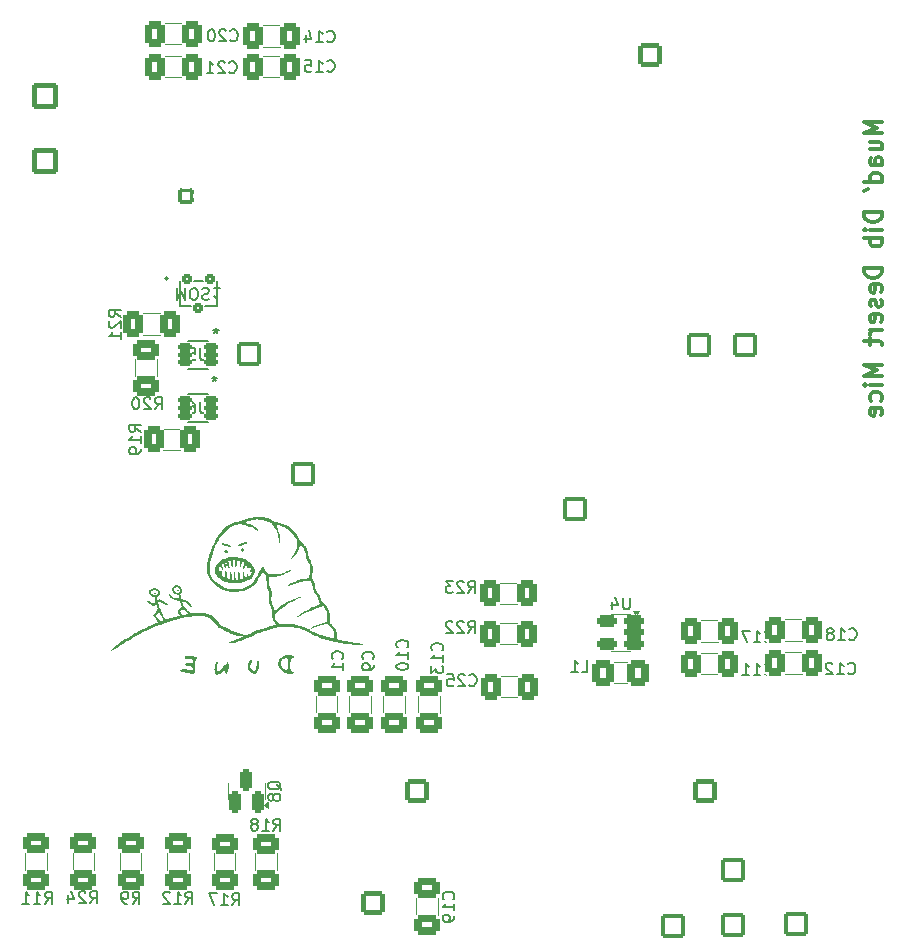
<source format=gbo>
G04 #@! TF.GenerationSoftware,KiCad,Pcbnew,8.0.6*
G04 #@! TF.CreationDate,2024-12-06T12:29:16-08:00*
G04 #@! TF.ProjectId,bloo,626c6f6f-2e6b-4696-9361-645f70636258,rev?*
G04 #@! TF.SameCoordinates,Original*
G04 #@! TF.FileFunction,Legend,Bot*
G04 #@! TF.FilePolarity,Positive*
%FSLAX46Y46*%
G04 Gerber Fmt 4.6, Leading zero omitted, Abs format (unit mm)*
G04 Created by KiCad (PCBNEW 8.0.6) date 2024-12-06 12:29:16*
%MOMM*%
%LPD*%
G01*
G04 APERTURE LIST*
G04 Aperture macros list*
%AMRoundRect*
0 Rectangle with rounded corners*
0 $1 Rounding radius*
0 $2 $3 $4 $5 $6 $7 $8 $9 X,Y pos of 4 corners*
0 Add a 4 corners polygon primitive as box body*
4,1,4,$2,$3,$4,$5,$6,$7,$8,$9,$2,$3,0*
0 Add four circle primitives for the rounded corners*
1,1,$1+$1,$2,$3*
1,1,$1+$1,$4,$5*
1,1,$1+$1,$6,$7*
1,1,$1+$1,$8,$9*
0 Add four rect primitives between the rounded corners*
20,1,$1+$1,$2,$3,$4,$5,0*
20,1,$1+$1,$4,$5,$6,$7,0*
20,1,$1+$1,$6,$7,$8,$9,0*
20,1,$1+$1,$8,$9,$2,$3,0*%
G04 Aperture macros list end*
%ADD10C,0.300000*%
%ADD11C,0.150000*%
%ADD12C,0.120000*%
%ADD13C,0.152400*%
%ADD14C,0.000000*%
%ADD15RoundRect,0.200000X0.800000X-0.800000X0.800000X0.800000X-0.800000X0.800000X-0.800000X-0.800000X0*%
%ADD16C,2.000000*%
%ADD17RoundRect,0.200000X0.850000X0.850000X-0.850000X0.850000X-0.850000X-0.850000X0.850000X-0.850000X0*%
%ADD18C,2.100000*%
%ADD19C,2.400000*%
%ADD20RoundRect,0.200000X0.900000X0.900000X-0.900000X0.900000X-0.900000X-0.900000X0.900000X-0.900000X0*%
%ADD21C,2.200000*%
%ADD22C,3.400000*%
%ADD23C,2.600000*%
%ADD24C,1.924000*%
%ADD25O,2.100000X2.100000*%
%ADD26RoundRect,0.200000X-0.900000X0.900000X-0.900000X-0.900000X0.900000X-0.900000X0.900000X0.900000X0*%
%ADD27C,2.584400*%
%ADD28RoundRect,0.200000X-0.850000X-0.850000X0.850000X-0.850000X0.850000X0.850000X-0.850000X0.850000X0*%
%ADD29RoundRect,0.200000X0.800000X0.800000X-0.800000X0.800000X-0.800000X-0.800000X0.800000X-0.800000X0*%
%ADD30RoundRect,0.200000X-0.800000X-0.800000X0.800000X-0.800000X0.800000X0.800000X-0.800000X0.800000X0*%
%ADD31O,2.000000X2.000000*%
%ADD32RoundRect,0.200000X0.500000X-0.500000X0.500000X0.500000X-0.500000X0.500000X-0.500000X-0.500000X0*%
%ADD33O,1.400000X1.400000*%
%ADD34RoundRect,0.200000X-0.850000X0.850000X-0.850000X-0.850000X0.850000X-0.850000X0.850000X0.850000X0*%
%ADD35RoundRect,0.200000X0.900000X-0.900000X0.900000X0.900000X-0.900000X0.900000X-0.900000X-0.900000X0*%
%ADD36RoundRect,0.325471X0.774529X-0.537029X0.774529X0.537029X-0.774529X0.537029X-0.774529X-0.537029X0*%
%ADD37RoundRect,0.325471X-0.537029X-0.774529X0.537029X-0.774529X0.537029X0.774529X-0.537029X0.774529X0*%
%ADD38RoundRect,0.320176X0.592324X0.754824X-0.592324X0.754824X-0.592324X-0.754824X0.592324X-0.754824X0*%
%ADD39RoundRect,0.326924X-0.748076X0.523076X-0.748076X-0.523076X0.748076X-0.523076X0.748076X0.523076X0*%
%ADD40RoundRect,0.326924X-0.523076X-0.748076X0.523076X-0.748076X0.523076X0.748076X-0.523076X0.748076X0*%
%ADD41RoundRect,0.325471X0.537029X0.774529X-0.537029X0.774529X-0.537029X-0.774529X0.537029X-0.774529X0*%
%ADD42RoundRect,0.326924X0.748076X-0.523076X0.748076X0.523076X-0.748076X0.523076X-0.748076X-0.523076X0*%
%ADD43RoundRect,0.250000X0.250000X-0.687500X0.250000X0.687500X-0.250000X0.687500X-0.250000X-0.687500X0*%
%ADD44RoundRect,0.200000X0.425450X0.177800X-0.425450X0.177800X-0.425450X-0.177800X0.425450X-0.177800X0*%
%ADD45RoundRect,0.200000X-0.254000X-0.254000X0.254000X-0.254000X0.254000X0.254000X-0.254000X0.254000X0*%
%ADD46RoundRect,0.250000X0.612500X0.250000X-0.612500X0.250000X-0.612500X-0.250000X0.612500X-0.250000X0*%
%ADD47RoundRect,0.326924X0.523076X0.748076X-0.523076X0.748076X-0.523076X-0.748076X0.523076X-0.748076X0*%
G04 APERTURE END LIST*
D10*
X249200828Y-132854510D02*
X247700828Y-132854510D01*
X247700828Y-132854510D02*
X248772257Y-133354510D01*
X248772257Y-133354510D02*
X247700828Y-133854510D01*
X247700828Y-133854510D02*
X249200828Y-133854510D01*
X248200828Y-135211654D02*
X249200828Y-135211654D01*
X248200828Y-134568796D02*
X248986542Y-134568796D01*
X248986542Y-134568796D02*
X249129400Y-134640225D01*
X249129400Y-134640225D02*
X249200828Y-134783082D01*
X249200828Y-134783082D02*
X249200828Y-134997368D01*
X249200828Y-134997368D02*
X249129400Y-135140225D01*
X249129400Y-135140225D02*
X249057971Y-135211654D01*
X249200828Y-136568797D02*
X248415114Y-136568797D01*
X248415114Y-136568797D02*
X248272257Y-136497368D01*
X248272257Y-136497368D02*
X248200828Y-136354511D01*
X248200828Y-136354511D02*
X248200828Y-136068797D01*
X248200828Y-136068797D02*
X248272257Y-135925939D01*
X249129400Y-136568797D02*
X249200828Y-136425939D01*
X249200828Y-136425939D02*
X249200828Y-136068797D01*
X249200828Y-136068797D02*
X249129400Y-135925939D01*
X249129400Y-135925939D02*
X248986542Y-135854511D01*
X248986542Y-135854511D02*
X248843685Y-135854511D01*
X248843685Y-135854511D02*
X248700828Y-135925939D01*
X248700828Y-135925939D02*
X248629400Y-136068797D01*
X248629400Y-136068797D02*
X248629400Y-136425939D01*
X248629400Y-136425939D02*
X248557971Y-136568797D01*
X249200828Y-137925940D02*
X247700828Y-137925940D01*
X249129400Y-137925940D02*
X249200828Y-137783082D01*
X249200828Y-137783082D02*
X249200828Y-137497368D01*
X249200828Y-137497368D02*
X249129400Y-137354511D01*
X249129400Y-137354511D02*
X249057971Y-137283082D01*
X249057971Y-137283082D02*
X248915114Y-137211654D01*
X248915114Y-137211654D02*
X248486542Y-137211654D01*
X248486542Y-137211654D02*
X248343685Y-137283082D01*
X248343685Y-137283082D02*
X248272257Y-137354511D01*
X248272257Y-137354511D02*
X248200828Y-137497368D01*
X248200828Y-137497368D02*
X248200828Y-137783082D01*
X248200828Y-137783082D02*
X248272257Y-137925940D01*
X247700828Y-138711654D02*
X247986542Y-138568797D01*
X249200828Y-140497368D02*
X247700828Y-140497368D01*
X247700828Y-140497368D02*
X247700828Y-140854511D01*
X247700828Y-140854511D02*
X247772257Y-141068797D01*
X247772257Y-141068797D02*
X247915114Y-141211654D01*
X247915114Y-141211654D02*
X248057971Y-141283083D01*
X248057971Y-141283083D02*
X248343685Y-141354511D01*
X248343685Y-141354511D02*
X248557971Y-141354511D01*
X248557971Y-141354511D02*
X248843685Y-141283083D01*
X248843685Y-141283083D02*
X248986542Y-141211654D01*
X248986542Y-141211654D02*
X249129400Y-141068797D01*
X249129400Y-141068797D02*
X249200828Y-140854511D01*
X249200828Y-140854511D02*
X249200828Y-140497368D01*
X249200828Y-141997368D02*
X248200828Y-141997368D01*
X247700828Y-141997368D02*
X247772257Y-141925940D01*
X247772257Y-141925940D02*
X247843685Y-141997368D01*
X247843685Y-141997368D02*
X247772257Y-142068797D01*
X247772257Y-142068797D02*
X247700828Y-141997368D01*
X247700828Y-141997368D02*
X247843685Y-141997368D01*
X249200828Y-142711654D02*
X247700828Y-142711654D01*
X248272257Y-142711654D02*
X248200828Y-142854512D01*
X248200828Y-142854512D02*
X248200828Y-143140226D01*
X248200828Y-143140226D02*
X248272257Y-143283083D01*
X248272257Y-143283083D02*
X248343685Y-143354512D01*
X248343685Y-143354512D02*
X248486542Y-143425940D01*
X248486542Y-143425940D02*
X248915114Y-143425940D01*
X248915114Y-143425940D02*
X249057971Y-143354512D01*
X249057971Y-143354512D02*
X249129400Y-143283083D01*
X249129400Y-143283083D02*
X249200828Y-143140226D01*
X249200828Y-143140226D02*
X249200828Y-142854512D01*
X249200828Y-142854512D02*
X249129400Y-142711654D01*
X249200828Y-145211654D02*
X247700828Y-145211654D01*
X247700828Y-145211654D02*
X247700828Y-145568797D01*
X247700828Y-145568797D02*
X247772257Y-145783083D01*
X247772257Y-145783083D02*
X247915114Y-145925940D01*
X247915114Y-145925940D02*
X248057971Y-145997369D01*
X248057971Y-145997369D02*
X248343685Y-146068797D01*
X248343685Y-146068797D02*
X248557971Y-146068797D01*
X248557971Y-146068797D02*
X248843685Y-145997369D01*
X248843685Y-145997369D02*
X248986542Y-145925940D01*
X248986542Y-145925940D02*
X249129400Y-145783083D01*
X249129400Y-145783083D02*
X249200828Y-145568797D01*
X249200828Y-145568797D02*
X249200828Y-145211654D01*
X249129400Y-147283083D02*
X249200828Y-147140226D01*
X249200828Y-147140226D02*
X249200828Y-146854512D01*
X249200828Y-146854512D02*
X249129400Y-146711654D01*
X249129400Y-146711654D02*
X248986542Y-146640226D01*
X248986542Y-146640226D02*
X248415114Y-146640226D01*
X248415114Y-146640226D02*
X248272257Y-146711654D01*
X248272257Y-146711654D02*
X248200828Y-146854512D01*
X248200828Y-146854512D02*
X248200828Y-147140226D01*
X248200828Y-147140226D02*
X248272257Y-147283083D01*
X248272257Y-147283083D02*
X248415114Y-147354512D01*
X248415114Y-147354512D02*
X248557971Y-147354512D01*
X248557971Y-147354512D02*
X248700828Y-146640226D01*
X249129400Y-147925940D02*
X249200828Y-148068797D01*
X249200828Y-148068797D02*
X249200828Y-148354511D01*
X249200828Y-148354511D02*
X249129400Y-148497368D01*
X249129400Y-148497368D02*
X248986542Y-148568797D01*
X248986542Y-148568797D02*
X248915114Y-148568797D01*
X248915114Y-148568797D02*
X248772257Y-148497368D01*
X248772257Y-148497368D02*
X248700828Y-148354511D01*
X248700828Y-148354511D02*
X248700828Y-148140226D01*
X248700828Y-148140226D02*
X248629400Y-147997368D01*
X248629400Y-147997368D02*
X248486542Y-147925940D01*
X248486542Y-147925940D02*
X248415114Y-147925940D01*
X248415114Y-147925940D02*
X248272257Y-147997368D01*
X248272257Y-147997368D02*
X248200828Y-148140226D01*
X248200828Y-148140226D02*
X248200828Y-148354511D01*
X248200828Y-148354511D02*
X248272257Y-148497368D01*
X249129400Y-149783083D02*
X249200828Y-149640226D01*
X249200828Y-149640226D02*
X249200828Y-149354512D01*
X249200828Y-149354512D02*
X249129400Y-149211654D01*
X249129400Y-149211654D02*
X248986542Y-149140226D01*
X248986542Y-149140226D02*
X248415114Y-149140226D01*
X248415114Y-149140226D02*
X248272257Y-149211654D01*
X248272257Y-149211654D02*
X248200828Y-149354512D01*
X248200828Y-149354512D02*
X248200828Y-149640226D01*
X248200828Y-149640226D02*
X248272257Y-149783083D01*
X248272257Y-149783083D02*
X248415114Y-149854512D01*
X248415114Y-149854512D02*
X248557971Y-149854512D01*
X248557971Y-149854512D02*
X248700828Y-149140226D01*
X249200828Y-150497368D02*
X248200828Y-150497368D01*
X248486542Y-150497368D02*
X248343685Y-150568797D01*
X248343685Y-150568797D02*
X248272257Y-150640226D01*
X248272257Y-150640226D02*
X248200828Y-150783083D01*
X248200828Y-150783083D02*
X248200828Y-150925940D01*
X248200828Y-151211654D02*
X248200828Y-151783082D01*
X247700828Y-151425939D02*
X248986542Y-151425939D01*
X248986542Y-151425939D02*
X249129400Y-151497368D01*
X249129400Y-151497368D02*
X249200828Y-151640225D01*
X249200828Y-151640225D02*
X249200828Y-151783082D01*
X249200828Y-153425939D02*
X247700828Y-153425939D01*
X247700828Y-153425939D02*
X248772257Y-153925939D01*
X248772257Y-153925939D02*
X247700828Y-154425939D01*
X247700828Y-154425939D02*
X249200828Y-154425939D01*
X249200828Y-155140225D02*
X248200828Y-155140225D01*
X247700828Y-155140225D02*
X247772257Y-155068797D01*
X247772257Y-155068797D02*
X247843685Y-155140225D01*
X247843685Y-155140225D02*
X247772257Y-155211654D01*
X247772257Y-155211654D02*
X247700828Y-155140225D01*
X247700828Y-155140225D02*
X247843685Y-155140225D01*
X249129400Y-156497369D02*
X249200828Y-156354511D01*
X249200828Y-156354511D02*
X249200828Y-156068797D01*
X249200828Y-156068797D02*
X249129400Y-155925940D01*
X249129400Y-155925940D02*
X249057971Y-155854511D01*
X249057971Y-155854511D02*
X248915114Y-155783083D01*
X248915114Y-155783083D02*
X248486542Y-155783083D01*
X248486542Y-155783083D02*
X248343685Y-155854511D01*
X248343685Y-155854511D02*
X248272257Y-155925940D01*
X248272257Y-155925940D02*
X248200828Y-156068797D01*
X248200828Y-156068797D02*
X248200828Y-156354511D01*
X248200828Y-156354511D02*
X248272257Y-156497369D01*
X249129400Y-157711654D02*
X249200828Y-157568797D01*
X249200828Y-157568797D02*
X249200828Y-157283083D01*
X249200828Y-157283083D02*
X249129400Y-157140225D01*
X249129400Y-157140225D02*
X248986542Y-157068797D01*
X248986542Y-157068797D02*
X248415114Y-157068797D01*
X248415114Y-157068797D02*
X248272257Y-157140225D01*
X248272257Y-157140225D02*
X248200828Y-157283083D01*
X248200828Y-157283083D02*
X248200828Y-157568797D01*
X248200828Y-157568797D02*
X248272257Y-157711654D01*
X248272257Y-157711654D02*
X248415114Y-157783083D01*
X248415114Y-157783083D02*
X248557971Y-157783083D01*
X248557971Y-157783083D02*
X248700828Y-157068797D01*
D11*
X211959580Y-177619642D02*
X212007200Y-177572023D01*
X212007200Y-177572023D02*
X212054819Y-177429166D01*
X212054819Y-177429166D02*
X212054819Y-177333928D01*
X212054819Y-177333928D02*
X212007200Y-177191071D01*
X212007200Y-177191071D02*
X211911961Y-177095833D01*
X211911961Y-177095833D02*
X211816723Y-177048214D01*
X211816723Y-177048214D02*
X211626247Y-177000595D01*
X211626247Y-177000595D02*
X211483390Y-177000595D01*
X211483390Y-177000595D02*
X211292914Y-177048214D01*
X211292914Y-177048214D02*
X211197676Y-177095833D01*
X211197676Y-177095833D02*
X211102438Y-177191071D01*
X211102438Y-177191071D02*
X211054819Y-177333928D01*
X211054819Y-177333928D02*
X211054819Y-177429166D01*
X211054819Y-177429166D02*
X211102438Y-177572023D01*
X211102438Y-177572023D02*
X211150057Y-177619642D01*
X212054819Y-178572023D02*
X212054819Y-178000595D01*
X212054819Y-178286309D02*
X211054819Y-178286309D01*
X211054819Y-178286309D02*
X211197676Y-178191071D01*
X211197676Y-178191071D02*
X211292914Y-178095833D01*
X211292914Y-178095833D02*
X211340533Y-178000595D01*
X211054819Y-178905357D02*
X211054819Y-179524404D01*
X211054819Y-179524404D02*
X211435771Y-179191071D01*
X211435771Y-179191071D02*
X211435771Y-179333928D01*
X211435771Y-179333928D02*
X211483390Y-179429166D01*
X211483390Y-179429166D02*
X211531009Y-179476785D01*
X211531009Y-179476785D02*
X211626247Y-179524404D01*
X211626247Y-179524404D02*
X211864342Y-179524404D01*
X211864342Y-179524404D02*
X211959580Y-179476785D01*
X211959580Y-179476785D02*
X212007200Y-179429166D01*
X212007200Y-179429166D02*
X212054819Y-179333928D01*
X212054819Y-179333928D02*
X212054819Y-179048214D01*
X212054819Y-179048214D02*
X212007200Y-178952976D01*
X212007200Y-178952976D02*
X211959580Y-178905357D01*
X239305357Y-176859580D02*
X239352976Y-176907200D01*
X239352976Y-176907200D02*
X239495833Y-176954819D01*
X239495833Y-176954819D02*
X239591071Y-176954819D01*
X239591071Y-176954819D02*
X239733928Y-176907200D01*
X239733928Y-176907200D02*
X239829166Y-176811961D01*
X239829166Y-176811961D02*
X239876785Y-176716723D01*
X239876785Y-176716723D02*
X239924404Y-176526247D01*
X239924404Y-176526247D02*
X239924404Y-176383390D01*
X239924404Y-176383390D02*
X239876785Y-176192914D01*
X239876785Y-176192914D02*
X239829166Y-176097676D01*
X239829166Y-176097676D02*
X239733928Y-176002438D01*
X239733928Y-176002438D02*
X239591071Y-175954819D01*
X239591071Y-175954819D02*
X239495833Y-175954819D01*
X239495833Y-175954819D02*
X239352976Y-176002438D01*
X239352976Y-176002438D02*
X239305357Y-176050057D01*
X238352976Y-176954819D02*
X238924404Y-176954819D01*
X238638690Y-176954819D02*
X238638690Y-175954819D01*
X238638690Y-175954819D02*
X238733928Y-176097676D01*
X238733928Y-176097676D02*
X238829166Y-176192914D01*
X238829166Y-176192914D02*
X238924404Y-176240533D01*
X238019642Y-175954819D02*
X237352976Y-175954819D01*
X237352976Y-175954819D02*
X237781547Y-176954819D01*
X223779166Y-179454819D02*
X224255356Y-179454819D01*
X224255356Y-179454819D02*
X224255356Y-178454819D01*
X222922023Y-179454819D02*
X223493451Y-179454819D01*
X223207737Y-179454819D02*
X223207737Y-178454819D01*
X223207737Y-178454819D02*
X223302975Y-178597676D01*
X223302975Y-178597676D02*
X223398213Y-178692914D01*
X223398213Y-178692914D02*
X223493451Y-178740533D01*
X197692857Y-192879819D02*
X198026190Y-192403628D01*
X198264285Y-192879819D02*
X198264285Y-191879819D01*
X198264285Y-191879819D02*
X197883333Y-191879819D01*
X197883333Y-191879819D02*
X197788095Y-191927438D01*
X197788095Y-191927438D02*
X197740476Y-191975057D01*
X197740476Y-191975057D02*
X197692857Y-192070295D01*
X197692857Y-192070295D02*
X197692857Y-192213152D01*
X197692857Y-192213152D02*
X197740476Y-192308390D01*
X197740476Y-192308390D02*
X197788095Y-192356009D01*
X197788095Y-192356009D02*
X197883333Y-192403628D01*
X197883333Y-192403628D02*
X198264285Y-192403628D01*
X196740476Y-192879819D02*
X197311904Y-192879819D01*
X197026190Y-192879819D02*
X197026190Y-191879819D01*
X197026190Y-191879819D02*
X197121428Y-192022676D01*
X197121428Y-192022676D02*
X197216666Y-192117914D01*
X197216666Y-192117914D02*
X197311904Y-192165533D01*
X196169047Y-192308390D02*
X196264285Y-192260771D01*
X196264285Y-192260771D02*
X196311904Y-192213152D01*
X196311904Y-192213152D02*
X196359523Y-192117914D01*
X196359523Y-192117914D02*
X196359523Y-192070295D01*
X196359523Y-192070295D02*
X196311904Y-191975057D01*
X196311904Y-191975057D02*
X196264285Y-191927438D01*
X196264285Y-191927438D02*
X196169047Y-191879819D01*
X196169047Y-191879819D02*
X195978571Y-191879819D01*
X195978571Y-191879819D02*
X195883333Y-191927438D01*
X195883333Y-191927438D02*
X195835714Y-191975057D01*
X195835714Y-191975057D02*
X195788095Y-192070295D01*
X195788095Y-192070295D02*
X195788095Y-192117914D01*
X195788095Y-192117914D02*
X195835714Y-192213152D01*
X195835714Y-192213152D02*
X195883333Y-192260771D01*
X195883333Y-192260771D02*
X195978571Y-192308390D01*
X195978571Y-192308390D02*
X196169047Y-192308390D01*
X196169047Y-192308390D02*
X196264285Y-192356009D01*
X196264285Y-192356009D02*
X196311904Y-192403628D01*
X196311904Y-192403628D02*
X196359523Y-192498866D01*
X196359523Y-192498866D02*
X196359523Y-192689342D01*
X196359523Y-192689342D02*
X196311904Y-192784580D01*
X196311904Y-192784580D02*
X196264285Y-192832200D01*
X196264285Y-192832200D02*
X196169047Y-192879819D01*
X196169047Y-192879819D02*
X195978571Y-192879819D01*
X195978571Y-192879819D02*
X195883333Y-192832200D01*
X195883333Y-192832200D02*
X195835714Y-192784580D01*
X195835714Y-192784580D02*
X195788095Y-192689342D01*
X195788095Y-192689342D02*
X195788095Y-192498866D01*
X195788095Y-192498866D02*
X195835714Y-192403628D01*
X195835714Y-192403628D02*
X195883333Y-192356009D01*
X195883333Y-192356009D02*
X195978571Y-192308390D01*
X184754819Y-149367142D02*
X184278628Y-149033809D01*
X184754819Y-148795714D02*
X183754819Y-148795714D01*
X183754819Y-148795714D02*
X183754819Y-149176666D01*
X183754819Y-149176666D02*
X183802438Y-149271904D01*
X183802438Y-149271904D02*
X183850057Y-149319523D01*
X183850057Y-149319523D02*
X183945295Y-149367142D01*
X183945295Y-149367142D02*
X184088152Y-149367142D01*
X184088152Y-149367142D02*
X184183390Y-149319523D01*
X184183390Y-149319523D02*
X184231009Y-149271904D01*
X184231009Y-149271904D02*
X184278628Y-149176666D01*
X184278628Y-149176666D02*
X184278628Y-148795714D01*
X183850057Y-149748095D02*
X183802438Y-149795714D01*
X183802438Y-149795714D02*
X183754819Y-149890952D01*
X183754819Y-149890952D02*
X183754819Y-150129047D01*
X183754819Y-150129047D02*
X183802438Y-150224285D01*
X183802438Y-150224285D02*
X183850057Y-150271904D01*
X183850057Y-150271904D02*
X183945295Y-150319523D01*
X183945295Y-150319523D02*
X184040533Y-150319523D01*
X184040533Y-150319523D02*
X184183390Y-150271904D01*
X184183390Y-150271904D02*
X184754819Y-149700476D01*
X184754819Y-149700476D02*
X184754819Y-150319523D01*
X184754819Y-151271904D02*
X184754819Y-150700476D01*
X184754819Y-150986190D02*
X183754819Y-150986190D01*
X183754819Y-150986190D02*
X183897676Y-150890952D01*
X183897676Y-150890952D02*
X183992914Y-150795714D01*
X183992914Y-150795714D02*
X184040533Y-150700476D01*
X194042857Y-125959580D02*
X194090476Y-126007200D01*
X194090476Y-126007200D02*
X194233333Y-126054819D01*
X194233333Y-126054819D02*
X194328571Y-126054819D01*
X194328571Y-126054819D02*
X194471428Y-126007200D01*
X194471428Y-126007200D02*
X194566666Y-125911961D01*
X194566666Y-125911961D02*
X194614285Y-125816723D01*
X194614285Y-125816723D02*
X194661904Y-125626247D01*
X194661904Y-125626247D02*
X194661904Y-125483390D01*
X194661904Y-125483390D02*
X194614285Y-125292914D01*
X194614285Y-125292914D02*
X194566666Y-125197676D01*
X194566666Y-125197676D02*
X194471428Y-125102438D01*
X194471428Y-125102438D02*
X194328571Y-125054819D01*
X194328571Y-125054819D02*
X194233333Y-125054819D01*
X194233333Y-125054819D02*
X194090476Y-125102438D01*
X194090476Y-125102438D02*
X194042857Y-125150057D01*
X193661904Y-125150057D02*
X193614285Y-125102438D01*
X193614285Y-125102438D02*
X193519047Y-125054819D01*
X193519047Y-125054819D02*
X193280952Y-125054819D01*
X193280952Y-125054819D02*
X193185714Y-125102438D01*
X193185714Y-125102438D02*
X193138095Y-125150057D01*
X193138095Y-125150057D02*
X193090476Y-125245295D01*
X193090476Y-125245295D02*
X193090476Y-125340533D01*
X193090476Y-125340533D02*
X193138095Y-125483390D01*
X193138095Y-125483390D02*
X193709523Y-126054819D01*
X193709523Y-126054819D02*
X193090476Y-126054819D01*
X192471428Y-125054819D02*
X192376190Y-125054819D01*
X192376190Y-125054819D02*
X192280952Y-125102438D01*
X192280952Y-125102438D02*
X192233333Y-125150057D01*
X192233333Y-125150057D02*
X192185714Y-125245295D01*
X192185714Y-125245295D02*
X192138095Y-125435771D01*
X192138095Y-125435771D02*
X192138095Y-125673866D01*
X192138095Y-125673866D02*
X192185714Y-125864342D01*
X192185714Y-125864342D02*
X192233333Y-125959580D01*
X192233333Y-125959580D02*
X192280952Y-126007200D01*
X192280952Y-126007200D02*
X192376190Y-126054819D01*
X192376190Y-126054819D02*
X192471428Y-126054819D01*
X192471428Y-126054819D02*
X192566666Y-126007200D01*
X192566666Y-126007200D02*
X192614285Y-125959580D01*
X192614285Y-125959580D02*
X192661904Y-125864342D01*
X192661904Y-125864342D02*
X192709523Y-125673866D01*
X192709523Y-125673866D02*
X192709523Y-125435771D01*
X192709523Y-125435771D02*
X192661904Y-125245295D01*
X192661904Y-125245295D02*
X192614285Y-125150057D01*
X192614285Y-125150057D02*
X192566666Y-125102438D01*
X192566666Y-125102438D02*
X192471428Y-125054819D01*
X178342857Y-199054819D02*
X178676190Y-198578628D01*
X178914285Y-199054819D02*
X178914285Y-198054819D01*
X178914285Y-198054819D02*
X178533333Y-198054819D01*
X178533333Y-198054819D02*
X178438095Y-198102438D01*
X178438095Y-198102438D02*
X178390476Y-198150057D01*
X178390476Y-198150057D02*
X178342857Y-198245295D01*
X178342857Y-198245295D02*
X178342857Y-198388152D01*
X178342857Y-198388152D02*
X178390476Y-198483390D01*
X178390476Y-198483390D02*
X178438095Y-198531009D01*
X178438095Y-198531009D02*
X178533333Y-198578628D01*
X178533333Y-198578628D02*
X178914285Y-198578628D01*
X177390476Y-199054819D02*
X177961904Y-199054819D01*
X177676190Y-199054819D02*
X177676190Y-198054819D01*
X177676190Y-198054819D02*
X177771428Y-198197676D01*
X177771428Y-198197676D02*
X177866666Y-198292914D01*
X177866666Y-198292914D02*
X177961904Y-198340533D01*
X176438095Y-199054819D02*
X177009523Y-199054819D01*
X176723809Y-199054819D02*
X176723809Y-198054819D01*
X176723809Y-198054819D02*
X176819047Y-198197676D01*
X176819047Y-198197676D02*
X176914285Y-198292914D01*
X176914285Y-198292914D02*
X177009523Y-198340533D01*
X198350057Y-189444761D02*
X198302438Y-189349523D01*
X198302438Y-189349523D02*
X198207200Y-189254285D01*
X198207200Y-189254285D02*
X198064342Y-189111428D01*
X198064342Y-189111428D02*
X198016723Y-189016190D01*
X198016723Y-189016190D02*
X198016723Y-188920952D01*
X198254819Y-188968571D02*
X198207200Y-188873333D01*
X198207200Y-188873333D02*
X198111961Y-188778095D01*
X198111961Y-188778095D02*
X197921485Y-188730476D01*
X197921485Y-188730476D02*
X197588152Y-188730476D01*
X197588152Y-188730476D02*
X197397676Y-188778095D01*
X197397676Y-188778095D02*
X197302438Y-188873333D01*
X197302438Y-188873333D02*
X197254819Y-188968571D01*
X197254819Y-188968571D02*
X197254819Y-189159047D01*
X197254819Y-189159047D02*
X197302438Y-189254285D01*
X197302438Y-189254285D02*
X197397676Y-189349523D01*
X197397676Y-189349523D02*
X197588152Y-189397142D01*
X197588152Y-189397142D02*
X197921485Y-189397142D01*
X197921485Y-189397142D02*
X198111961Y-189349523D01*
X198111961Y-189349523D02*
X198207200Y-189254285D01*
X198207200Y-189254285D02*
X198254819Y-189159047D01*
X198254819Y-189159047D02*
X198254819Y-188968571D01*
X197683390Y-189968571D02*
X197635771Y-189873333D01*
X197635771Y-189873333D02*
X197588152Y-189825714D01*
X197588152Y-189825714D02*
X197492914Y-189778095D01*
X197492914Y-189778095D02*
X197445295Y-189778095D01*
X197445295Y-189778095D02*
X197350057Y-189825714D01*
X197350057Y-189825714D02*
X197302438Y-189873333D01*
X197302438Y-189873333D02*
X197254819Y-189968571D01*
X197254819Y-189968571D02*
X197254819Y-190159047D01*
X197254819Y-190159047D02*
X197302438Y-190254285D01*
X197302438Y-190254285D02*
X197350057Y-190301904D01*
X197350057Y-190301904D02*
X197445295Y-190349523D01*
X197445295Y-190349523D02*
X197492914Y-190349523D01*
X197492914Y-190349523D02*
X197588152Y-190301904D01*
X197588152Y-190301904D02*
X197635771Y-190254285D01*
X197635771Y-190254285D02*
X197683390Y-190159047D01*
X197683390Y-190159047D02*
X197683390Y-189968571D01*
X197683390Y-189968571D02*
X197731009Y-189873333D01*
X197731009Y-189873333D02*
X197778628Y-189825714D01*
X197778628Y-189825714D02*
X197873866Y-189778095D01*
X197873866Y-189778095D02*
X198064342Y-189778095D01*
X198064342Y-189778095D02*
X198159580Y-189825714D01*
X198159580Y-189825714D02*
X198207200Y-189873333D01*
X198207200Y-189873333D02*
X198254819Y-189968571D01*
X198254819Y-189968571D02*
X198254819Y-190159047D01*
X198254819Y-190159047D02*
X198207200Y-190254285D01*
X198207200Y-190254285D02*
X198159580Y-190301904D01*
X198159580Y-190301904D02*
X198064342Y-190349523D01*
X198064342Y-190349523D02*
X197873866Y-190349523D01*
X197873866Y-190349523D02*
X197778628Y-190301904D01*
X197778628Y-190301904D02*
X197731009Y-190254285D01*
X197731009Y-190254285D02*
X197683390Y-190159047D01*
X182142857Y-199029819D02*
X182476190Y-198553628D01*
X182714285Y-199029819D02*
X182714285Y-198029819D01*
X182714285Y-198029819D02*
X182333333Y-198029819D01*
X182333333Y-198029819D02*
X182238095Y-198077438D01*
X182238095Y-198077438D02*
X182190476Y-198125057D01*
X182190476Y-198125057D02*
X182142857Y-198220295D01*
X182142857Y-198220295D02*
X182142857Y-198363152D01*
X182142857Y-198363152D02*
X182190476Y-198458390D01*
X182190476Y-198458390D02*
X182238095Y-198506009D01*
X182238095Y-198506009D02*
X182333333Y-198553628D01*
X182333333Y-198553628D02*
X182714285Y-198553628D01*
X181761904Y-198125057D02*
X181714285Y-198077438D01*
X181714285Y-198077438D02*
X181619047Y-198029819D01*
X181619047Y-198029819D02*
X181380952Y-198029819D01*
X181380952Y-198029819D02*
X181285714Y-198077438D01*
X181285714Y-198077438D02*
X181238095Y-198125057D01*
X181238095Y-198125057D02*
X181190476Y-198220295D01*
X181190476Y-198220295D02*
X181190476Y-198315533D01*
X181190476Y-198315533D02*
X181238095Y-198458390D01*
X181238095Y-198458390D02*
X181809523Y-199029819D01*
X181809523Y-199029819D02*
X181190476Y-199029819D01*
X180333333Y-198363152D02*
X180333333Y-199029819D01*
X180571428Y-197982200D02*
X180809523Y-198696485D01*
X180809523Y-198696485D02*
X180190476Y-198696485D01*
X190242857Y-199054819D02*
X190576190Y-198578628D01*
X190814285Y-199054819D02*
X190814285Y-198054819D01*
X190814285Y-198054819D02*
X190433333Y-198054819D01*
X190433333Y-198054819D02*
X190338095Y-198102438D01*
X190338095Y-198102438D02*
X190290476Y-198150057D01*
X190290476Y-198150057D02*
X190242857Y-198245295D01*
X190242857Y-198245295D02*
X190242857Y-198388152D01*
X190242857Y-198388152D02*
X190290476Y-198483390D01*
X190290476Y-198483390D02*
X190338095Y-198531009D01*
X190338095Y-198531009D02*
X190433333Y-198578628D01*
X190433333Y-198578628D02*
X190814285Y-198578628D01*
X189290476Y-199054819D02*
X189861904Y-199054819D01*
X189576190Y-199054819D02*
X189576190Y-198054819D01*
X189576190Y-198054819D02*
X189671428Y-198197676D01*
X189671428Y-198197676D02*
X189766666Y-198292914D01*
X189766666Y-198292914D02*
X189861904Y-198340533D01*
X188909523Y-198150057D02*
X188861904Y-198102438D01*
X188861904Y-198102438D02*
X188766666Y-198054819D01*
X188766666Y-198054819D02*
X188528571Y-198054819D01*
X188528571Y-198054819D02*
X188433333Y-198102438D01*
X188433333Y-198102438D02*
X188385714Y-198150057D01*
X188385714Y-198150057D02*
X188338095Y-198245295D01*
X188338095Y-198245295D02*
X188338095Y-198340533D01*
X188338095Y-198340533D02*
X188385714Y-198483390D01*
X188385714Y-198483390D02*
X188957142Y-199054819D01*
X188957142Y-199054819D02*
X188338095Y-199054819D01*
X192061904Y-156554819D02*
X192061904Y-157364342D01*
X192061904Y-157364342D02*
X192014285Y-157459580D01*
X192014285Y-157459580D02*
X191966666Y-157507200D01*
X191966666Y-157507200D02*
X191871428Y-157554819D01*
X191871428Y-157554819D02*
X191680952Y-157554819D01*
X191680952Y-157554819D02*
X191585714Y-157507200D01*
X191585714Y-157507200D02*
X191538095Y-157459580D01*
X191538095Y-157459580D02*
X191490476Y-157364342D01*
X191490476Y-157364342D02*
X191490476Y-156554819D01*
X190585714Y-156554819D02*
X190776190Y-156554819D01*
X190776190Y-156554819D02*
X190871428Y-156602438D01*
X190871428Y-156602438D02*
X190919047Y-156650057D01*
X190919047Y-156650057D02*
X191014285Y-156792914D01*
X191014285Y-156792914D02*
X191061904Y-156983390D01*
X191061904Y-156983390D02*
X191061904Y-157364342D01*
X191061904Y-157364342D02*
X191014285Y-157459580D01*
X191014285Y-157459580D02*
X190966666Y-157507200D01*
X190966666Y-157507200D02*
X190871428Y-157554819D01*
X190871428Y-157554819D02*
X190680952Y-157554819D01*
X190680952Y-157554819D02*
X190585714Y-157507200D01*
X190585714Y-157507200D02*
X190538095Y-157459580D01*
X190538095Y-157459580D02*
X190490476Y-157364342D01*
X190490476Y-157364342D02*
X190490476Y-157126247D01*
X190490476Y-157126247D02*
X190538095Y-157031009D01*
X190538095Y-157031009D02*
X190585714Y-156983390D01*
X190585714Y-156983390D02*
X190680952Y-156935771D01*
X190680952Y-156935771D02*
X190871428Y-156935771D01*
X190871428Y-156935771D02*
X190966666Y-156983390D01*
X190966666Y-156983390D02*
X191014285Y-157031009D01*
X191014285Y-157031009D02*
X191061904Y-157126247D01*
X192690649Y-154406219D02*
X192690649Y-154644314D01*
X192928744Y-154549076D02*
X192690649Y-154644314D01*
X192690649Y-154644314D02*
X192452554Y-154549076D01*
X192833506Y-154834790D02*
X192690649Y-154644314D01*
X192690649Y-154644314D02*
X192547792Y-154834790D01*
X192690649Y-154406219D02*
X192690649Y-154644314D01*
X192928744Y-154549076D02*
X192690649Y-154644314D01*
X192690649Y-154644314D02*
X192452554Y-154549076D01*
X192833506Y-154834790D02*
X192690649Y-154644314D01*
X192690649Y-154644314D02*
X192547792Y-154834790D01*
X202242857Y-126059580D02*
X202290476Y-126107200D01*
X202290476Y-126107200D02*
X202433333Y-126154819D01*
X202433333Y-126154819D02*
X202528571Y-126154819D01*
X202528571Y-126154819D02*
X202671428Y-126107200D01*
X202671428Y-126107200D02*
X202766666Y-126011961D01*
X202766666Y-126011961D02*
X202814285Y-125916723D01*
X202814285Y-125916723D02*
X202861904Y-125726247D01*
X202861904Y-125726247D02*
X202861904Y-125583390D01*
X202861904Y-125583390D02*
X202814285Y-125392914D01*
X202814285Y-125392914D02*
X202766666Y-125297676D01*
X202766666Y-125297676D02*
X202671428Y-125202438D01*
X202671428Y-125202438D02*
X202528571Y-125154819D01*
X202528571Y-125154819D02*
X202433333Y-125154819D01*
X202433333Y-125154819D02*
X202290476Y-125202438D01*
X202290476Y-125202438D02*
X202242857Y-125250057D01*
X201290476Y-126154819D02*
X201861904Y-126154819D01*
X201576190Y-126154819D02*
X201576190Y-125154819D01*
X201576190Y-125154819D02*
X201671428Y-125297676D01*
X201671428Y-125297676D02*
X201766666Y-125392914D01*
X201766666Y-125392914D02*
X201861904Y-125440533D01*
X200433333Y-125488152D02*
X200433333Y-126154819D01*
X200671428Y-125107200D02*
X200909523Y-125821485D01*
X200909523Y-125821485D02*
X200290476Y-125821485D01*
X212909580Y-198682142D02*
X212957200Y-198634523D01*
X212957200Y-198634523D02*
X213004819Y-198491666D01*
X213004819Y-198491666D02*
X213004819Y-198396428D01*
X213004819Y-198396428D02*
X212957200Y-198253571D01*
X212957200Y-198253571D02*
X212861961Y-198158333D01*
X212861961Y-198158333D02*
X212766723Y-198110714D01*
X212766723Y-198110714D02*
X212576247Y-198063095D01*
X212576247Y-198063095D02*
X212433390Y-198063095D01*
X212433390Y-198063095D02*
X212242914Y-198110714D01*
X212242914Y-198110714D02*
X212147676Y-198158333D01*
X212147676Y-198158333D02*
X212052438Y-198253571D01*
X212052438Y-198253571D02*
X212004819Y-198396428D01*
X212004819Y-198396428D02*
X212004819Y-198491666D01*
X212004819Y-198491666D02*
X212052438Y-198634523D01*
X212052438Y-198634523D02*
X212100057Y-198682142D01*
X213004819Y-199634523D02*
X213004819Y-199063095D01*
X213004819Y-199348809D02*
X212004819Y-199348809D01*
X212004819Y-199348809D02*
X212147676Y-199253571D01*
X212147676Y-199253571D02*
X212242914Y-199158333D01*
X212242914Y-199158333D02*
X212290533Y-199063095D01*
X213004819Y-200110714D02*
X213004819Y-200301190D01*
X213004819Y-200301190D02*
X212957200Y-200396428D01*
X212957200Y-200396428D02*
X212909580Y-200444047D01*
X212909580Y-200444047D02*
X212766723Y-200539285D01*
X212766723Y-200539285D02*
X212576247Y-200586904D01*
X212576247Y-200586904D02*
X212195295Y-200586904D01*
X212195295Y-200586904D02*
X212100057Y-200539285D01*
X212100057Y-200539285D02*
X212052438Y-200491666D01*
X212052438Y-200491666D02*
X212004819Y-200396428D01*
X212004819Y-200396428D02*
X212004819Y-200205952D01*
X212004819Y-200205952D02*
X212052438Y-200110714D01*
X212052438Y-200110714D02*
X212100057Y-200063095D01*
X212100057Y-200063095D02*
X212195295Y-200015476D01*
X212195295Y-200015476D02*
X212433390Y-200015476D01*
X212433390Y-200015476D02*
X212528628Y-200063095D01*
X212528628Y-200063095D02*
X212576247Y-200110714D01*
X212576247Y-200110714D02*
X212623866Y-200205952D01*
X212623866Y-200205952D02*
X212623866Y-200396428D01*
X212623866Y-200396428D02*
X212576247Y-200491666D01*
X212576247Y-200491666D02*
X212528628Y-200539285D01*
X212528628Y-200539285D02*
X212433390Y-200586904D01*
X214267857Y-180559580D02*
X214315476Y-180607200D01*
X214315476Y-180607200D02*
X214458333Y-180654819D01*
X214458333Y-180654819D02*
X214553571Y-180654819D01*
X214553571Y-180654819D02*
X214696428Y-180607200D01*
X214696428Y-180607200D02*
X214791666Y-180511961D01*
X214791666Y-180511961D02*
X214839285Y-180416723D01*
X214839285Y-180416723D02*
X214886904Y-180226247D01*
X214886904Y-180226247D02*
X214886904Y-180083390D01*
X214886904Y-180083390D02*
X214839285Y-179892914D01*
X214839285Y-179892914D02*
X214791666Y-179797676D01*
X214791666Y-179797676D02*
X214696428Y-179702438D01*
X214696428Y-179702438D02*
X214553571Y-179654819D01*
X214553571Y-179654819D02*
X214458333Y-179654819D01*
X214458333Y-179654819D02*
X214315476Y-179702438D01*
X214315476Y-179702438D02*
X214267857Y-179750057D01*
X213886904Y-179750057D02*
X213839285Y-179702438D01*
X213839285Y-179702438D02*
X213744047Y-179654819D01*
X213744047Y-179654819D02*
X213505952Y-179654819D01*
X213505952Y-179654819D02*
X213410714Y-179702438D01*
X213410714Y-179702438D02*
X213363095Y-179750057D01*
X213363095Y-179750057D02*
X213315476Y-179845295D01*
X213315476Y-179845295D02*
X213315476Y-179940533D01*
X213315476Y-179940533D02*
X213363095Y-180083390D01*
X213363095Y-180083390D02*
X213934523Y-180654819D01*
X213934523Y-180654819D02*
X213315476Y-180654819D01*
X212410714Y-179654819D02*
X212886904Y-179654819D01*
X212886904Y-179654819D02*
X212934523Y-180131009D01*
X212934523Y-180131009D02*
X212886904Y-180083390D01*
X212886904Y-180083390D02*
X212791666Y-180035771D01*
X212791666Y-180035771D02*
X212553571Y-180035771D01*
X212553571Y-180035771D02*
X212458333Y-180083390D01*
X212458333Y-180083390D02*
X212410714Y-180131009D01*
X212410714Y-180131009D02*
X212363095Y-180226247D01*
X212363095Y-180226247D02*
X212363095Y-180464342D01*
X212363095Y-180464342D02*
X212410714Y-180559580D01*
X212410714Y-180559580D02*
X212458333Y-180607200D01*
X212458333Y-180607200D02*
X212553571Y-180654819D01*
X212553571Y-180654819D02*
X212791666Y-180654819D01*
X212791666Y-180654819D02*
X212886904Y-180607200D01*
X212886904Y-180607200D02*
X212934523Y-180559580D01*
X189518976Y-146945180D02*
X189518976Y-147945180D01*
X189518976Y-147945180D02*
X189852309Y-147230895D01*
X189852309Y-147230895D02*
X190185642Y-147945180D01*
X190185642Y-147945180D02*
X190185642Y-146945180D01*
X190852309Y-147945180D02*
X191042785Y-147945180D01*
X191042785Y-147945180D02*
X191138023Y-147897561D01*
X191138023Y-147897561D02*
X191233261Y-147802323D01*
X191233261Y-147802323D02*
X191280880Y-147611847D01*
X191280880Y-147611847D02*
X191280880Y-147278514D01*
X191280880Y-147278514D02*
X191233261Y-147088038D01*
X191233261Y-147088038D02*
X191138023Y-146992800D01*
X191138023Y-146992800D02*
X191042785Y-146945180D01*
X191042785Y-146945180D02*
X190852309Y-146945180D01*
X190852309Y-146945180D02*
X190757071Y-146992800D01*
X190757071Y-146992800D02*
X190661833Y-147088038D01*
X190661833Y-147088038D02*
X190614214Y-147278514D01*
X190614214Y-147278514D02*
X190614214Y-147611847D01*
X190614214Y-147611847D02*
X190661833Y-147802323D01*
X190661833Y-147802323D02*
X190757071Y-147897561D01*
X190757071Y-147897561D02*
X190852309Y-147945180D01*
X191661833Y-146992800D02*
X191804690Y-146945180D01*
X191804690Y-146945180D02*
X192042785Y-146945180D01*
X192042785Y-146945180D02*
X192138023Y-146992800D01*
X192138023Y-146992800D02*
X192185642Y-147040419D01*
X192185642Y-147040419D02*
X192233261Y-147135657D01*
X192233261Y-147135657D02*
X192233261Y-147230895D01*
X192233261Y-147230895D02*
X192185642Y-147326133D01*
X192185642Y-147326133D02*
X192138023Y-147373752D01*
X192138023Y-147373752D02*
X192042785Y-147421371D01*
X192042785Y-147421371D02*
X191852309Y-147468990D01*
X191852309Y-147468990D02*
X191757071Y-147516609D01*
X191757071Y-147516609D02*
X191709452Y-147564228D01*
X191709452Y-147564228D02*
X191661833Y-147659466D01*
X191661833Y-147659466D02*
X191661833Y-147754704D01*
X191661833Y-147754704D02*
X191709452Y-147849942D01*
X191709452Y-147849942D02*
X191757071Y-147897561D01*
X191757071Y-147897561D02*
X191852309Y-147945180D01*
X191852309Y-147945180D02*
X192090404Y-147945180D01*
X192090404Y-147945180D02*
X192233261Y-147897561D01*
X193185642Y-146945180D02*
X192614214Y-146945180D01*
X192899928Y-146945180D02*
X192899928Y-147945180D01*
X192899928Y-147945180D02*
X192804690Y-147802323D01*
X192804690Y-147802323D02*
X192709452Y-147707085D01*
X192709452Y-147707085D02*
X192614214Y-147659466D01*
X203509580Y-178333333D02*
X203557200Y-178285714D01*
X203557200Y-178285714D02*
X203604819Y-178142857D01*
X203604819Y-178142857D02*
X203604819Y-178047619D01*
X203604819Y-178047619D02*
X203557200Y-177904762D01*
X203557200Y-177904762D02*
X203461961Y-177809524D01*
X203461961Y-177809524D02*
X203366723Y-177761905D01*
X203366723Y-177761905D02*
X203176247Y-177714286D01*
X203176247Y-177714286D02*
X203033390Y-177714286D01*
X203033390Y-177714286D02*
X202842914Y-177761905D01*
X202842914Y-177761905D02*
X202747676Y-177809524D01*
X202747676Y-177809524D02*
X202652438Y-177904762D01*
X202652438Y-177904762D02*
X202604819Y-178047619D01*
X202604819Y-178047619D02*
X202604819Y-178142857D01*
X202604819Y-178142857D02*
X202652438Y-178285714D01*
X202652438Y-178285714D02*
X202700057Y-178333333D01*
X203604819Y-179285714D02*
X203604819Y-178714286D01*
X203604819Y-179000000D02*
X202604819Y-179000000D01*
X202604819Y-179000000D02*
X202747676Y-178904762D01*
X202747676Y-178904762D02*
X202842914Y-178809524D01*
X202842914Y-178809524D02*
X202890533Y-178714286D01*
X192061904Y-152054819D02*
X192061904Y-152864342D01*
X192061904Y-152864342D02*
X192014285Y-152959580D01*
X192014285Y-152959580D02*
X191966666Y-153007200D01*
X191966666Y-153007200D02*
X191871428Y-153054819D01*
X191871428Y-153054819D02*
X191680952Y-153054819D01*
X191680952Y-153054819D02*
X191585714Y-153007200D01*
X191585714Y-153007200D02*
X191538095Y-152959580D01*
X191538095Y-152959580D02*
X191490476Y-152864342D01*
X191490476Y-152864342D02*
X191490476Y-152054819D01*
X190538095Y-152054819D02*
X191014285Y-152054819D01*
X191014285Y-152054819D02*
X191061904Y-152531009D01*
X191061904Y-152531009D02*
X191014285Y-152483390D01*
X191014285Y-152483390D02*
X190919047Y-152435771D01*
X190919047Y-152435771D02*
X190680952Y-152435771D01*
X190680952Y-152435771D02*
X190585714Y-152483390D01*
X190585714Y-152483390D02*
X190538095Y-152531009D01*
X190538095Y-152531009D02*
X190490476Y-152626247D01*
X190490476Y-152626247D02*
X190490476Y-152864342D01*
X190490476Y-152864342D02*
X190538095Y-152959580D01*
X190538095Y-152959580D02*
X190585714Y-153007200D01*
X190585714Y-153007200D02*
X190680952Y-153054819D01*
X190680952Y-153054819D02*
X190919047Y-153054819D01*
X190919047Y-153054819D02*
X191014285Y-153007200D01*
X191014285Y-153007200D02*
X191061904Y-152959580D01*
X192799999Y-150354819D02*
X192799999Y-150592914D01*
X193038094Y-150497676D02*
X192799999Y-150592914D01*
X192799999Y-150592914D02*
X192561904Y-150497676D01*
X192942856Y-150783390D02*
X192799999Y-150592914D01*
X192799999Y-150592914D02*
X192657142Y-150783390D01*
X192799999Y-150354819D02*
X192799999Y-150592914D01*
X193038094Y-150497676D02*
X192799999Y-150592914D01*
X192799999Y-150592914D02*
X192561904Y-150497676D01*
X192942856Y-150783390D02*
X192799999Y-150592914D01*
X192799999Y-150592914D02*
X192657142Y-150783390D01*
X227861904Y-173154819D02*
X227861904Y-173964342D01*
X227861904Y-173964342D02*
X227814285Y-174059580D01*
X227814285Y-174059580D02*
X227766666Y-174107200D01*
X227766666Y-174107200D02*
X227671428Y-174154819D01*
X227671428Y-174154819D02*
X227480952Y-174154819D01*
X227480952Y-174154819D02*
X227385714Y-174107200D01*
X227385714Y-174107200D02*
X227338095Y-174059580D01*
X227338095Y-174059580D02*
X227290476Y-173964342D01*
X227290476Y-173964342D02*
X227290476Y-173154819D01*
X226385714Y-173488152D02*
X226385714Y-174154819D01*
X226623809Y-173107200D02*
X226861904Y-173821485D01*
X226861904Y-173821485D02*
X226242857Y-173821485D01*
X193942857Y-128659580D02*
X193990476Y-128707200D01*
X193990476Y-128707200D02*
X194133333Y-128754819D01*
X194133333Y-128754819D02*
X194228571Y-128754819D01*
X194228571Y-128754819D02*
X194371428Y-128707200D01*
X194371428Y-128707200D02*
X194466666Y-128611961D01*
X194466666Y-128611961D02*
X194514285Y-128516723D01*
X194514285Y-128516723D02*
X194561904Y-128326247D01*
X194561904Y-128326247D02*
X194561904Y-128183390D01*
X194561904Y-128183390D02*
X194514285Y-127992914D01*
X194514285Y-127992914D02*
X194466666Y-127897676D01*
X194466666Y-127897676D02*
X194371428Y-127802438D01*
X194371428Y-127802438D02*
X194228571Y-127754819D01*
X194228571Y-127754819D02*
X194133333Y-127754819D01*
X194133333Y-127754819D02*
X193990476Y-127802438D01*
X193990476Y-127802438D02*
X193942857Y-127850057D01*
X193561904Y-127850057D02*
X193514285Y-127802438D01*
X193514285Y-127802438D02*
X193419047Y-127754819D01*
X193419047Y-127754819D02*
X193180952Y-127754819D01*
X193180952Y-127754819D02*
X193085714Y-127802438D01*
X193085714Y-127802438D02*
X193038095Y-127850057D01*
X193038095Y-127850057D02*
X192990476Y-127945295D01*
X192990476Y-127945295D02*
X192990476Y-128040533D01*
X192990476Y-128040533D02*
X193038095Y-128183390D01*
X193038095Y-128183390D02*
X193609523Y-128754819D01*
X193609523Y-128754819D02*
X192990476Y-128754819D01*
X192038095Y-128754819D02*
X192609523Y-128754819D01*
X192323809Y-128754819D02*
X192323809Y-127754819D01*
X192323809Y-127754819D02*
X192419047Y-127897676D01*
X192419047Y-127897676D02*
X192514285Y-127992914D01*
X192514285Y-127992914D02*
X192609523Y-128040533D01*
X246442857Y-176659580D02*
X246490476Y-176707200D01*
X246490476Y-176707200D02*
X246633333Y-176754819D01*
X246633333Y-176754819D02*
X246728571Y-176754819D01*
X246728571Y-176754819D02*
X246871428Y-176707200D01*
X246871428Y-176707200D02*
X246966666Y-176611961D01*
X246966666Y-176611961D02*
X247014285Y-176516723D01*
X247014285Y-176516723D02*
X247061904Y-176326247D01*
X247061904Y-176326247D02*
X247061904Y-176183390D01*
X247061904Y-176183390D02*
X247014285Y-175992914D01*
X247014285Y-175992914D02*
X246966666Y-175897676D01*
X246966666Y-175897676D02*
X246871428Y-175802438D01*
X246871428Y-175802438D02*
X246728571Y-175754819D01*
X246728571Y-175754819D02*
X246633333Y-175754819D01*
X246633333Y-175754819D02*
X246490476Y-175802438D01*
X246490476Y-175802438D02*
X246442857Y-175850057D01*
X245490476Y-176754819D02*
X246061904Y-176754819D01*
X245776190Y-176754819D02*
X245776190Y-175754819D01*
X245776190Y-175754819D02*
X245871428Y-175897676D01*
X245871428Y-175897676D02*
X245966666Y-175992914D01*
X245966666Y-175992914D02*
X246061904Y-176040533D01*
X244919047Y-176183390D02*
X245014285Y-176135771D01*
X245014285Y-176135771D02*
X245061904Y-176088152D01*
X245061904Y-176088152D02*
X245109523Y-175992914D01*
X245109523Y-175992914D02*
X245109523Y-175945295D01*
X245109523Y-175945295D02*
X245061904Y-175850057D01*
X245061904Y-175850057D02*
X245014285Y-175802438D01*
X245014285Y-175802438D02*
X244919047Y-175754819D01*
X244919047Y-175754819D02*
X244728571Y-175754819D01*
X244728571Y-175754819D02*
X244633333Y-175802438D01*
X244633333Y-175802438D02*
X244585714Y-175850057D01*
X244585714Y-175850057D02*
X244538095Y-175945295D01*
X244538095Y-175945295D02*
X244538095Y-175992914D01*
X244538095Y-175992914D02*
X244585714Y-176088152D01*
X244585714Y-176088152D02*
X244633333Y-176135771D01*
X244633333Y-176135771D02*
X244728571Y-176183390D01*
X244728571Y-176183390D02*
X244919047Y-176183390D01*
X244919047Y-176183390D02*
X245014285Y-176231009D01*
X245014285Y-176231009D02*
X245061904Y-176278628D01*
X245061904Y-176278628D02*
X245109523Y-176373866D01*
X245109523Y-176373866D02*
X245109523Y-176564342D01*
X245109523Y-176564342D02*
X245061904Y-176659580D01*
X245061904Y-176659580D02*
X245014285Y-176707200D01*
X245014285Y-176707200D02*
X244919047Y-176754819D01*
X244919047Y-176754819D02*
X244728571Y-176754819D01*
X244728571Y-176754819D02*
X244633333Y-176707200D01*
X244633333Y-176707200D02*
X244585714Y-176659580D01*
X244585714Y-176659580D02*
X244538095Y-176564342D01*
X244538095Y-176564342D02*
X244538095Y-176373866D01*
X244538095Y-176373866D02*
X244585714Y-176278628D01*
X244585714Y-176278628D02*
X244633333Y-176231009D01*
X244633333Y-176231009D02*
X244728571Y-176183390D01*
X185766666Y-199054819D02*
X186099999Y-198578628D01*
X186338094Y-199054819D02*
X186338094Y-198054819D01*
X186338094Y-198054819D02*
X185957142Y-198054819D01*
X185957142Y-198054819D02*
X185861904Y-198102438D01*
X185861904Y-198102438D02*
X185814285Y-198150057D01*
X185814285Y-198150057D02*
X185766666Y-198245295D01*
X185766666Y-198245295D02*
X185766666Y-198388152D01*
X185766666Y-198388152D02*
X185814285Y-198483390D01*
X185814285Y-198483390D02*
X185861904Y-198531009D01*
X185861904Y-198531009D02*
X185957142Y-198578628D01*
X185957142Y-198578628D02*
X186338094Y-198578628D01*
X185290475Y-199054819D02*
X185099999Y-199054819D01*
X185099999Y-199054819D02*
X185004761Y-199007200D01*
X185004761Y-199007200D02*
X184957142Y-198959580D01*
X184957142Y-198959580D02*
X184861904Y-198816723D01*
X184861904Y-198816723D02*
X184814285Y-198626247D01*
X184814285Y-198626247D02*
X184814285Y-198245295D01*
X184814285Y-198245295D02*
X184861904Y-198150057D01*
X184861904Y-198150057D02*
X184909523Y-198102438D01*
X184909523Y-198102438D02*
X185004761Y-198054819D01*
X185004761Y-198054819D02*
X185195237Y-198054819D01*
X185195237Y-198054819D02*
X185290475Y-198102438D01*
X185290475Y-198102438D02*
X185338094Y-198150057D01*
X185338094Y-198150057D02*
X185385713Y-198245295D01*
X185385713Y-198245295D02*
X185385713Y-198483390D01*
X185385713Y-198483390D02*
X185338094Y-198578628D01*
X185338094Y-198578628D02*
X185290475Y-198626247D01*
X185290475Y-198626247D02*
X185195237Y-198673866D01*
X185195237Y-198673866D02*
X185004761Y-198673866D01*
X185004761Y-198673866D02*
X184909523Y-198626247D01*
X184909523Y-198626247D02*
X184861904Y-198578628D01*
X184861904Y-198578628D02*
X184814285Y-198483390D01*
X209009580Y-177369642D02*
X209057200Y-177322023D01*
X209057200Y-177322023D02*
X209104819Y-177179166D01*
X209104819Y-177179166D02*
X209104819Y-177083928D01*
X209104819Y-177083928D02*
X209057200Y-176941071D01*
X209057200Y-176941071D02*
X208961961Y-176845833D01*
X208961961Y-176845833D02*
X208866723Y-176798214D01*
X208866723Y-176798214D02*
X208676247Y-176750595D01*
X208676247Y-176750595D02*
X208533390Y-176750595D01*
X208533390Y-176750595D02*
X208342914Y-176798214D01*
X208342914Y-176798214D02*
X208247676Y-176845833D01*
X208247676Y-176845833D02*
X208152438Y-176941071D01*
X208152438Y-176941071D02*
X208104819Y-177083928D01*
X208104819Y-177083928D02*
X208104819Y-177179166D01*
X208104819Y-177179166D02*
X208152438Y-177322023D01*
X208152438Y-177322023D02*
X208200057Y-177369642D01*
X209104819Y-178322023D02*
X209104819Y-177750595D01*
X209104819Y-178036309D02*
X208104819Y-178036309D01*
X208104819Y-178036309D02*
X208247676Y-177941071D01*
X208247676Y-177941071D02*
X208342914Y-177845833D01*
X208342914Y-177845833D02*
X208390533Y-177750595D01*
X208104819Y-178941071D02*
X208104819Y-179036309D01*
X208104819Y-179036309D02*
X208152438Y-179131547D01*
X208152438Y-179131547D02*
X208200057Y-179179166D01*
X208200057Y-179179166D02*
X208295295Y-179226785D01*
X208295295Y-179226785D02*
X208485771Y-179274404D01*
X208485771Y-179274404D02*
X208723866Y-179274404D01*
X208723866Y-179274404D02*
X208914342Y-179226785D01*
X208914342Y-179226785D02*
X209009580Y-179179166D01*
X209009580Y-179179166D02*
X209057200Y-179131547D01*
X209057200Y-179131547D02*
X209104819Y-179036309D01*
X209104819Y-179036309D02*
X209104819Y-178941071D01*
X209104819Y-178941071D02*
X209057200Y-178845833D01*
X209057200Y-178845833D02*
X209009580Y-178798214D01*
X209009580Y-178798214D02*
X208914342Y-178750595D01*
X208914342Y-178750595D02*
X208723866Y-178702976D01*
X208723866Y-178702976D02*
X208485771Y-178702976D01*
X208485771Y-178702976D02*
X208295295Y-178750595D01*
X208295295Y-178750595D02*
X208200057Y-178798214D01*
X208200057Y-178798214D02*
X208152438Y-178845833D01*
X208152438Y-178845833D02*
X208104819Y-178941071D01*
X214180357Y-172754819D02*
X214513690Y-172278628D01*
X214751785Y-172754819D02*
X214751785Y-171754819D01*
X214751785Y-171754819D02*
X214370833Y-171754819D01*
X214370833Y-171754819D02*
X214275595Y-171802438D01*
X214275595Y-171802438D02*
X214227976Y-171850057D01*
X214227976Y-171850057D02*
X214180357Y-171945295D01*
X214180357Y-171945295D02*
X214180357Y-172088152D01*
X214180357Y-172088152D02*
X214227976Y-172183390D01*
X214227976Y-172183390D02*
X214275595Y-172231009D01*
X214275595Y-172231009D02*
X214370833Y-172278628D01*
X214370833Y-172278628D02*
X214751785Y-172278628D01*
X213799404Y-171850057D02*
X213751785Y-171802438D01*
X213751785Y-171802438D02*
X213656547Y-171754819D01*
X213656547Y-171754819D02*
X213418452Y-171754819D01*
X213418452Y-171754819D02*
X213323214Y-171802438D01*
X213323214Y-171802438D02*
X213275595Y-171850057D01*
X213275595Y-171850057D02*
X213227976Y-171945295D01*
X213227976Y-171945295D02*
X213227976Y-172040533D01*
X213227976Y-172040533D02*
X213275595Y-172183390D01*
X213275595Y-172183390D02*
X213847023Y-172754819D01*
X213847023Y-172754819D02*
X213227976Y-172754819D01*
X212894642Y-171754819D02*
X212275595Y-171754819D01*
X212275595Y-171754819D02*
X212608928Y-172135771D01*
X212608928Y-172135771D02*
X212466071Y-172135771D01*
X212466071Y-172135771D02*
X212370833Y-172183390D01*
X212370833Y-172183390D02*
X212323214Y-172231009D01*
X212323214Y-172231009D02*
X212275595Y-172326247D01*
X212275595Y-172326247D02*
X212275595Y-172564342D01*
X212275595Y-172564342D02*
X212323214Y-172659580D01*
X212323214Y-172659580D02*
X212370833Y-172707200D01*
X212370833Y-172707200D02*
X212466071Y-172754819D01*
X212466071Y-172754819D02*
X212751785Y-172754819D01*
X212751785Y-172754819D02*
X212847023Y-172707200D01*
X212847023Y-172707200D02*
X212894642Y-172659580D01*
X187652857Y-157204819D02*
X187986190Y-156728628D01*
X188224285Y-157204819D02*
X188224285Y-156204819D01*
X188224285Y-156204819D02*
X187843333Y-156204819D01*
X187843333Y-156204819D02*
X187748095Y-156252438D01*
X187748095Y-156252438D02*
X187700476Y-156300057D01*
X187700476Y-156300057D02*
X187652857Y-156395295D01*
X187652857Y-156395295D02*
X187652857Y-156538152D01*
X187652857Y-156538152D02*
X187700476Y-156633390D01*
X187700476Y-156633390D02*
X187748095Y-156681009D01*
X187748095Y-156681009D02*
X187843333Y-156728628D01*
X187843333Y-156728628D02*
X188224285Y-156728628D01*
X187271904Y-156300057D02*
X187224285Y-156252438D01*
X187224285Y-156252438D02*
X187129047Y-156204819D01*
X187129047Y-156204819D02*
X186890952Y-156204819D01*
X186890952Y-156204819D02*
X186795714Y-156252438D01*
X186795714Y-156252438D02*
X186748095Y-156300057D01*
X186748095Y-156300057D02*
X186700476Y-156395295D01*
X186700476Y-156395295D02*
X186700476Y-156490533D01*
X186700476Y-156490533D02*
X186748095Y-156633390D01*
X186748095Y-156633390D02*
X187319523Y-157204819D01*
X187319523Y-157204819D02*
X186700476Y-157204819D01*
X186081428Y-156204819D02*
X185986190Y-156204819D01*
X185986190Y-156204819D02*
X185890952Y-156252438D01*
X185890952Y-156252438D02*
X185843333Y-156300057D01*
X185843333Y-156300057D02*
X185795714Y-156395295D01*
X185795714Y-156395295D02*
X185748095Y-156585771D01*
X185748095Y-156585771D02*
X185748095Y-156823866D01*
X185748095Y-156823866D02*
X185795714Y-157014342D01*
X185795714Y-157014342D02*
X185843333Y-157109580D01*
X185843333Y-157109580D02*
X185890952Y-157157200D01*
X185890952Y-157157200D02*
X185986190Y-157204819D01*
X185986190Y-157204819D02*
X186081428Y-157204819D01*
X186081428Y-157204819D02*
X186176666Y-157157200D01*
X186176666Y-157157200D02*
X186224285Y-157109580D01*
X186224285Y-157109580D02*
X186271904Y-157014342D01*
X186271904Y-157014342D02*
X186319523Y-156823866D01*
X186319523Y-156823866D02*
X186319523Y-156585771D01*
X186319523Y-156585771D02*
X186271904Y-156395295D01*
X186271904Y-156395295D02*
X186224285Y-156300057D01*
X186224285Y-156300057D02*
X186176666Y-156252438D01*
X186176666Y-156252438D02*
X186081428Y-156204819D01*
X194192857Y-199204819D02*
X194526190Y-198728628D01*
X194764285Y-199204819D02*
X194764285Y-198204819D01*
X194764285Y-198204819D02*
X194383333Y-198204819D01*
X194383333Y-198204819D02*
X194288095Y-198252438D01*
X194288095Y-198252438D02*
X194240476Y-198300057D01*
X194240476Y-198300057D02*
X194192857Y-198395295D01*
X194192857Y-198395295D02*
X194192857Y-198538152D01*
X194192857Y-198538152D02*
X194240476Y-198633390D01*
X194240476Y-198633390D02*
X194288095Y-198681009D01*
X194288095Y-198681009D02*
X194383333Y-198728628D01*
X194383333Y-198728628D02*
X194764285Y-198728628D01*
X193240476Y-199204819D02*
X193811904Y-199204819D01*
X193526190Y-199204819D02*
X193526190Y-198204819D01*
X193526190Y-198204819D02*
X193621428Y-198347676D01*
X193621428Y-198347676D02*
X193716666Y-198442914D01*
X193716666Y-198442914D02*
X193811904Y-198490533D01*
X192907142Y-198204819D02*
X192240476Y-198204819D01*
X192240476Y-198204819D02*
X192669047Y-199204819D01*
X239305357Y-179609580D02*
X239352976Y-179657200D01*
X239352976Y-179657200D02*
X239495833Y-179704819D01*
X239495833Y-179704819D02*
X239591071Y-179704819D01*
X239591071Y-179704819D02*
X239733928Y-179657200D01*
X239733928Y-179657200D02*
X239829166Y-179561961D01*
X239829166Y-179561961D02*
X239876785Y-179466723D01*
X239876785Y-179466723D02*
X239924404Y-179276247D01*
X239924404Y-179276247D02*
X239924404Y-179133390D01*
X239924404Y-179133390D02*
X239876785Y-178942914D01*
X239876785Y-178942914D02*
X239829166Y-178847676D01*
X239829166Y-178847676D02*
X239733928Y-178752438D01*
X239733928Y-178752438D02*
X239591071Y-178704819D01*
X239591071Y-178704819D02*
X239495833Y-178704819D01*
X239495833Y-178704819D02*
X239352976Y-178752438D01*
X239352976Y-178752438D02*
X239305357Y-178800057D01*
X238352976Y-179704819D02*
X238924404Y-179704819D01*
X238638690Y-179704819D02*
X238638690Y-178704819D01*
X238638690Y-178704819D02*
X238733928Y-178847676D01*
X238733928Y-178847676D02*
X238829166Y-178942914D01*
X238829166Y-178942914D02*
X238924404Y-178990533D01*
X237400595Y-179704819D02*
X237972023Y-179704819D01*
X237686309Y-179704819D02*
X237686309Y-178704819D01*
X237686309Y-178704819D02*
X237781547Y-178847676D01*
X237781547Y-178847676D02*
X237876785Y-178942914D01*
X237876785Y-178942914D02*
X237972023Y-178990533D01*
X214180357Y-176154819D02*
X214513690Y-175678628D01*
X214751785Y-176154819D02*
X214751785Y-175154819D01*
X214751785Y-175154819D02*
X214370833Y-175154819D01*
X214370833Y-175154819D02*
X214275595Y-175202438D01*
X214275595Y-175202438D02*
X214227976Y-175250057D01*
X214227976Y-175250057D02*
X214180357Y-175345295D01*
X214180357Y-175345295D02*
X214180357Y-175488152D01*
X214180357Y-175488152D02*
X214227976Y-175583390D01*
X214227976Y-175583390D02*
X214275595Y-175631009D01*
X214275595Y-175631009D02*
X214370833Y-175678628D01*
X214370833Y-175678628D02*
X214751785Y-175678628D01*
X213799404Y-175250057D02*
X213751785Y-175202438D01*
X213751785Y-175202438D02*
X213656547Y-175154819D01*
X213656547Y-175154819D02*
X213418452Y-175154819D01*
X213418452Y-175154819D02*
X213323214Y-175202438D01*
X213323214Y-175202438D02*
X213275595Y-175250057D01*
X213275595Y-175250057D02*
X213227976Y-175345295D01*
X213227976Y-175345295D02*
X213227976Y-175440533D01*
X213227976Y-175440533D02*
X213275595Y-175583390D01*
X213275595Y-175583390D02*
X213847023Y-176154819D01*
X213847023Y-176154819D02*
X213227976Y-176154819D01*
X212847023Y-175250057D02*
X212799404Y-175202438D01*
X212799404Y-175202438D02*
X212704166Y-175154819D01*
X212704166Y-175154819D02*
X212466071Y-175154819D01*
X212466071Y-175154819D02*
X212370833Y-175202438D01*
X212370833Y-175202438D02*
X212323214Y-175250057D01*
X212323214Y-175250057D02*
X212275595Y-175345295D01*
X212275595Y-175345295D02*
X212275595Y-175440533D01*
X212275595Y-175440533D02*
X212323214Y-175583390D01*
X212323214Y-175583390D02*
X212894642Y-176154819D01*
X212894642Y-176154819D02*
X212275595Y-176154819D01*
X202242857Y-128559580D02*
X202290476Y-128607200D01*
X202290476Y-128607200D02*
X202433333Y-128654819D01*
X202433333Y-128654819D02*
X202528571Y-128654819D01*
X202528571Y-128654819D02*
X202671428Y-128607200D01*
X202671428Y-128607200D02*
X202766666Y-128511961D01*
X202766666Y-128511961D02*
X202814285Y-128416723D01*
X202814285Y-128416723D02*
X202861904Y-128226247D01*
X202861904Y-128226247D02*
X202861904Y-128083390D01*
X202861904Y-128083390D02*
X202814285Y-127892914D01*
X202814285Y-127892914D02*
X202766666Y-127797676D01*
X202766666Y-127797676D02*
X202671428Y-127702438D01*
X202671428Y-127702438D02*
X202528571Y-127654819D01*
X202528571Y-127654819D02*
X202433333Y-127654819D01*
X202433333Y-127654819D02*
X202290476Y-127702438D01*
X202290476Y-127702438D02*
X202242857Y-127750057D01*
X201290476Y-128654819D02*
X201861904Y-128654819D01*
X201576190Y-128654819D02*
X201576190Y-127654819D01*
X201576190Y-127654819D02*
X201671428Y-127797676D01*
X201671428Y-127797676D02*
X201766666Y-127892914D01*
X201766666Y-127892914D02*
X201861904Y-127940533D01*
X200385714Y-127654819D02*
X200861904Y-127654819D01*
X200861904Y-127654819D02*
X200909523Y-128131009D01*
X200909523Y-128131009D02*
X200861904Y-128083390D01*
X200861904Y-128083390D02*
X200766666Y-128035771D01*
X200766666Y-128035771D02*
X200528571Y-128035771D01*
X200528571Y-128035771D02*
X200433333Y-128083390D01*
X200433333Y-128083390D02*
X200385714Y-128131009D01*
X200385714Y-128131009D02*
X200338095Y-128226247D01*
X200338095Y-128226247D02*
X200338095Y-128464342D01*
X200338095Y-128464342D02*
X200385714Y-128559580D01*
X200385714Y-128559580D02*
X200433333Y-128607200D01*
X200433333Y-128607200D02*
X200528571Y-128654819D01*
X200528571Y-128654819D02*
X200766666Y-128654819D01*
X200766666Y-128654819D02*
X200861904Y-128607200D01*
X200861904Y-128607200D02*
X200909523Y-128559580D01*
X246342857Y-179559580D02*
X246390476Y-179607200D01*
X246390476Y-179607200D02*
X246533333Y-179654819D01*
X246533333Y-179654819D02*
X246628571Y-179654819D01*
X246628571Y-179654819D02*
X246771428Y-179607200D01*
X246771428Y-179607200D02*
X246866666Y-179511961D01*
X246866666Y-179511961D02*
X246914285Y-179416723D01*
X246914285Y-179416723D02*
X246961904Y-179226247D01*
X246961904Y-179226247D02*
X246961904Y-179083390D01*
X246961904Y-179083390D02*
X246914285Y-178892914D01*
X246914285Y-178892914D02*
X246866666Y-178797676D01*
X246866666Y-178797676D02*
X246771428Y-178702438D01*
X246771428Y-178702438D02*
X246628571Y-178654819D01*
X246628571Y-178654819D02*
X246533333Y-178654819D01*
X246533333Y-178654819D02*
X246390476Y-178702438D01*
X246390476Y-178702438D02*
X246342857Y-178750057D01*
X245390476Y-179654819D02*
X245961904Y-179654819D01*
X245676190Y-179654819D02*
X245676190Y-178654819D01*
X245676190Y-178654819D02*
X245771428Y-178797676D01*
X245771428Y-178797676D02*
X245866666Y-178892914D01*
X245866666Y-178892914D02*
X245961904Y-178940533D01*
X245009523Y-178750057D02*
X244961904Y-178702438D01*
X244961904Y-178702438D02*
X244866666Y-178654819D01*
X244866666Y-178654819D02*
X244628571Y-178654819D01*
X244628571Y-178654819D02*
X244533333Y-178702438D01*
X244533333Y-178702438D02*
X244485714Y-178750057D01*
X244485714Y-178750057D02*
X244438095Y-178845295D01*
X244438095Y-178845295D02*
X244438095Y-178940533D01*
X244438095Y-178940533D02*
X244485714Y-179083390D01*
X244485714Y-179083390D02*
X245057142Y-179654819D01*
X245057142Y-179654819D02*
X244438095Y-179654819D01*
X186454819Y-159107142D02*
X185978628Y-158773809D01*
X186454819Y-158535714D02*
X185454819Y-158535714D01*
X185454819Y-158535714D02*
X185454819Y-158916666D01*
X185454819Y-158916666D02*
X185502438Y-159011904D01*
X185502438Y-159011904D02*
X185550057Y-159059523D01*
X185550057Y-159059523D02*
X185645295Y-159107142D01*
X185645295Y-159107142D02*
X185788152Y-159107142D01*
X185788152Y-159107142D02*
X185883390Y-159059523D01*
X185883390Y-159059523D02*
X185931009Y-159011904D01*
X185931009Y-159011904D02*
X185978628Y-158916666D01*
X185978628Y-158916666D02*
X185978628Y-158535714D01*
X186454819Y-160059523D02*
X186454819Y-159488095D01*
X186454819Y-159773809D02*
X185454819Y-159773809D01*
X185454819Y-159773809D02*
X185597676Y-159678571D01*
X185597676Y-159678571D02*
X185692914Y-159583333D01*
X185692914Y-159583333D02*
X185740533Y-159488095D01*
X186454819Y-160535714D02*
X186454819Y-160726190D01*
X186454819Y-160726190D02*
X186407200Y-160821428D01*
X186407200Y-160821428D02*
X186359580Y-160869047D01*
X186359580Y-160869047D02*
X186216723Y-160964285D01*
X186216723Y-160964285D02*
X186026247Y-161011904D01*
X186026247Y-161011904D02*
X185645295Y-161011904D01*
X185645295Y-161011904D02*
X185550057Y-160964285D01*
X185550057Y-160964285D02*
X185502438Y-160916666D01*
X185502438Y-160916666D02*
X185454819Y-160821428D01*
X185454819Y-160821428D02*
X185454819Y-160630952D01*
X185454819Y-160630952D02*
X185502438Y-160535714D01*
X185502438Y-160535714D02*
X185550057Y-160488095D01*
X185550057Y-160488095D02*
X185645295Y-160440476D01*
X185645295Y-160440476D02*
X185883390Y-160440476D01*
X185883390Y-160440476D02*
X185978628Y-160488095D01*
X185978628Y-160488095D02*
X186026247Y-160535714D01*
X186026247Y-160535714D02*
X186073866Y-160630952D01*
X186073866Y-160630952D02*
X186073866Y-160821428D01*
X186073866Y-160821428D02*
X186026247Y-160916666D01*
X186026247Y-160916666D02*
X185978628Y-160964285D01*
X185978628Y-160964285D02*
X185883390Y-161011904D01*
X206109580Y-178345833D02*
X206157200Y-178298214D01*
X206157200Y-178298214D02*
X206204819Y-178155357D01*
X206204819Y-178155357D02*
X206204819Y-178060119D01*
X206204819Y-178060119D02*
X206157200Y-177917262D01*
X206157200Y-177917262D02*
X206061961Y-177822024D01*
X206061961Y-177822024D02*
X205966723Y-177774405D01*
X205966723Y-177774405D02*
X205776247Y-177726786D01*
X205776247Y-177726786D02*
X205633390Y-177726786D01*
X205633390Y-177726786D02*
X205442914Y-177774405D01*
X205442914Y-177774405D02*
X205347676Y-177822024D01*
X205347676Y-177822024D02*
X205252438Y-177917262D01*
X205252438Y-177917262D02*
X205204819Y-178060119D01*
X205204819Y-178060119D02*
X205204819Y-178155357D01*
X205204819Y-178155357D02*
X205252438Y-178298214D01*
X205252438Y-178298214D02*
X205300057Y-178345833D01*
X206204819Y-178822024D02*
X206204819Y-179012500D01*
X206204819Y-179012500D02*
X206157200Y-179107738D01*
X206157200Y-179107738D02*
X206109580Y-179155357D01*
X206109580Y-179155357D02*
X205966723Y-179250595D01*
X205966723Y-179250595D02*
X205776247Y-179298214D01*
X205776247Y-179298214D02*
X205395295Y-179298214D01*
X205395295Y-179298214D02*
X205300057Y-179250595D01*
X205300057Y-179250595D02*
X205252438Y-179202976D01*
X205252438Y-179202976D02*
X205204819Y-179107738D01*
X205204819Y-179107738D02*
X205204819Y-178917262D01*
X205204819Y-178917262D02*
X205252438Y-178822024D01*
X205252438Y-178822024D02*
X205300057Y-178774405D01*
X205300057Y-178774405D02*
X205395295Y-178726786D01*
X205395295Y-178726786D02*
X205633390Y-178726786D01*
X205633390Y-178726786D02*
X205728628Y-178774405D01*
X205728628Y-178774405D02*
X205776247Y-178822024D01*
X205776247Y-178822024D02*
X205823866Y-178917262D01*
X205823866Y-178917262D02*
X205823866Y-179107738D01*
X205823866Y-179107738D02*
X205776247Y-179202976D01*
X205776247Y-179202976D02*
X205728628Y-179250595D01*
X205728628Y-179250595D02*
X205633390Y-179298214D01*
D12*
X209940000Y-181488748D02*
X209940000Y-182911252D01*
X211760000Y-181488748D02*
X211760000Y-182911252D01*
X235311252Y-175090000D02*
X233888748Y-175090000D01*
X235311252Y-176910000D02*
X233888748Y-176910000D01*
X226497936Y-178590000D02*
X227702064Y-178590000D01*
X226497936Y-180410000D02*
X227702064Y-180410000D01*
X196140000Y-196252064D02*
X196140000Y-194797936D01*
X197960000Y-196252064D02*
X197960000Y-194797936D01*
X188077064Y-149090000D02*
X186622936Y-149090000D01*
X188077064Y-150910000D02*
X186622936Y-150910000D01*
X188488748Y-124490000D02*
X189911252Y-124490000D01*
X188488748Y-126310000D02*
X189911252Y-126310000D01*
X176690000Y-194772936D02*
X176690000Y-196227064D01*
X178510000Y-194772936D02*
X178510000Y-196227064D01*
X193840000Y-188890000D02*
X193840000Y-189540000D01*
X193840000Y-190190000D02*
X193840000Y-189540000D01*
X196960000Y-188890000D02*
X196960000Y-189540000D01*
X196960000Y-190190000D02*
X196960000Y-189540000D01*
X197240000Y-190942500D02*
X196910000Y-190702500D01*
X197240000Y-190462500D01*
X197240000Y-190942500D01*
G36*
X197240000Y-190942500D02*
G01*
X196910000Y-190702500D01*
X197240000Y-190462500D01*
X197240000Y-190942500D01*
G37*
X180690000Y-194747936D02*
X180690000Y-196202064D01*
X182510000Y-194747936D02*
X182510000Y-196202064D01*
X188690000Y-194772936D02*
X188690000Y-196227064D01*
X190510000Y-194772936D02*
X190510000Y-196227064D01*
D13*
X190461800Y-158306500D02*
X192138200Y-158306500D01*
X192138200Y-155893500D02*
X190461800Y-155893500D01*
D12*
X196788748Y-124690000D02*
X198211252Y-124690000D01*
X196788748Y-126510000D02*
X198211252Y-126510000D01*
D14*
G36*
X187456954Y-172668963D02*
G01*
X187473831Y-172687449D01*
X187470304Y-172697035D01*
X187442576Y-172708286D01*
X187428197Y-172705935D01*
X187411320Y-172687449D01*
X187414847Y-172677864D01*
X187442576Y-172666612D01*
X187456954Y-172668963D01*
G37*
G36*
X187645505Y-172563034D02*
G01*
X187661361Y-172583265D01*
X187660756Y-172588246D01*
X187640525Y-172604102D01*
X187635544Y-172603497D01*
X187619688Y-172583265D01*
X187620293Y-172578285D01*
X187640525Y-172562429D01*
X187645505Y-172563034D01*
G37*
G36*
X189439725Y-172411945D02*
G01*
X189441804Y-172439188D01*
X189437111Y-172444647D01*
X189409869Y-172446727D01*
X189404409Y-172442034D01*
X189402330Y-172414792D01*
X189407022Y-172409332D01*
X189434265Y-172407253D01*
X189439725Y-172411945D01*
G37*
G36*
X189562486Y-172333830D02*
G01*
X189578343Y-172354061D01*
X189577737Y-172359042D01*
X189557506Y-172374898D01*
X189552525Y-172374292D01*
X189536669Y-172354061D01*
X189537275Y-172349081D01*
X189557506Y-172333224D01*
X189562486Y-172333830D01*
G37*
G36*
X187691128Y-172761866D02*
G01*
X187710937Y-172783942D01*
X187721617Y-172816448D01*
X187698868Y-172849976D01*
X187666122Y-172870332D01*
X187616818Y-172869111D01*
X187578789Y-172834753D01*
X187568657Y-172799575D01*
X187589962Y-172761825D01*
X187615201Y-172740091D01*
X187650899Y-172732638D01*
X187691128Y-172761866D01*
G37*
G36*
X189650776Y-172509220D02*
G01*
X189679348Y-172541675D01*
X189674456Y-172595079D01*
X189656174Y-172615175D01*
X189604507Y-172621125D01*
X189591578Y-172619282D01*
X189556224Y-172602469D01*
X189547087Y-172562429D01*
X189547480Y-172550654D01*
X189561530Y-172516964D01*
X189604507Y-172503732D01*
X189650776Y-172509220D01*
G37*
G36*
X195132300Y-168963160D02*
G01*
X195191020Y-169000928D01*
X195232206Y-169068383D01*
X195235076Y-169094093D01*
X195220523Y-169150932D01*
X195188351Y-169207970D01*
X195146965Y-169247546D01*
X195108245Y-169259990D01*
X195044950Y-169246126D01*
X194980270Y-169194447D01*
X194941542Y-169135786D01*
X194939711Y-169077523D01*
X194976573Y-169012572D01*
X195003230Y-168985630D01*
X195066289Y-168957315D01*
X195132300Y-168963160D01*
G37*
G36*
X193718268Y-169095771D02*
G01*
X193779843Y-169139876D01*
X193797073Y-169159797D01*
X193822320Y-169208670D01*
X193821472Y-169267113D01*
X193821150Y-169269019D01*
X193802015Y-169325802D01*
X193772689Y-169365542D01*
X193744901Y-169382659D01*
X193677957Y-169394956D01*
X193615830Y-169369063D01*
X193566114Y-169307126D01*
X193555949Y-169284475D01*
X193544062Y-169211690D01*
X193561833Y-169150571D01*
X193601780Y-169106974D01*
X193656419Y-169086755D01*
X193718268Y-169095771D01*
G37*
G36*
X195464170Y-168457128D02*
G01*
X195482067Y-168480282D01*
X195491776Y-168527919D01*
X195489430Y-168538990D01*
X195479466Y-168557068D01*
X195457429Y-168574021D01*
X195417682Y-168592229D01*
X195354588Y-168614070D01*
X195262511Y-168641925D01*
X195135814Y-168678172D01*
X195083144Y-168693951D01*
X194991118Y-168725579D01*
X194914153Y-168756970D01*
X194864936Y-168783205D01*
X194822316Y-168812536D01*
X194789134Y-168827962D01*
X194765185Y-168820944D01*
X194736790Y-168792470D01*
X194711832Y-168742424D01*
X194727143Y-168690470D01*
X194783328Y-168638067D01*
X194879990Y-168585583D01*
X195016735Y-168533383D01*
X195071491Y-168515648D01*
X195220078Y-168472921D01*
X195336004Y-168448764D01*
X195417842Y-168443418D01*
X195464170Y-168457128D01*
G37*
G36*
X193385357Y-168542257D02*
G01*
X193437277Y-168551671D01*
X193515822Y-168568371D01*
X193611918Y-168590262D01*
X193716491Y-168615253D01*
X193820468Y-168641249D01*
X193914775Y-168666156D01*
X193973249Y-168686650D01*
X194041510Y-168726605D01*
X194081789Y-168772725D01*
X194087430Y-168819117D01*
X194074850Y-168848211D01*
X194050227Y-168879214D01*
X194046000Y-168882029D01*
X194029705Y-168891275D01*
X194011735Y-168891195D01*
X193979926Y-168879319D01*
X193922116Y-168853173D01*
X193900036Y-168844107D01*
X193824884Y-168819353D01*
X193730320Y-168793646D01*
X193631602Y-168771286D01*
X193569861Y-168757462D01*
X193465049Y-168726600D01*
X193382178Y-168692209D01*
X193327713Y-168657220D01*
X193308121Y-168624568D01*
X193309955Y-168604801D01*
X193332387Y-168559203D01*
X193372026Y-168540936D01*
X193385357Y-168542257D01*
G37*
G36*
X195849980Y-178448540D02*
G01*
X195851082Y-178449906D01*
X195865618Y-178501851D01*
X195846128Y-178576181D01*
X195792916Y-178671712D01*
X195754170Y-178747572D01*
X195727700Y-178869479D01*
X195736817Y-178995494D01*
X195781794Y-179114766D01*
X195814276Y-179165069D01*
X195878405Y-179239647D01*
X195949430Y-179300474D01*
X196018106Y-179340104D01*
X196075188Y-179351090D01*
X196087048Y-179349283D01*
X196127900Y-179334221D01*
X196160435Y-179302750D01*
X196186627Y-179249822D01*
X196208446Y-179170391D01*
X196227866Y-179059409D01*
X196246860Y-178911830D01*
X196257129Y-178828019D01*
X196277586Y-178691938D01*
X196299312Y-178593059D01*
X196323624Y-178528415D01*
X196351839Y-178495041D01*
X196385275Y-178489969D01*
X196425251Y-178510233D01*
X196449684Y-178548664D01*
X196466254Y-178622590D01*
X196473143Y-178724542D01*
X196469928Y-178848022D01*
X196456188Y-178986532D01*
X196433303Y-179122938D01*
X196390266Y-179285619D01*
X196335075Y-179417060D01*
X196269176Y-179514030D01*
X196194011Y-179573298D01*
X196133564Y-179594660D01*
X196066885Y-179604776D01*
X196036568Y-179602574D01*
X195944149Y-179573913D01*
X195845222Y-179517535D01*
X195748884Y-179440334D01*
X195664230Y-179349209D01*
X195600356Y-179251054D01*
X195568919Y-179173619D01*
X195539302Y-179057604D01*
X195524264Y-178939332D01*
X195527177Y-178837834D01*
X195528592Y-178828732D01*
X195555657Y-178712516D01*
X195595317Y-178609324D01*
X195643783Y-178523720D01*
X195697270Y-178460274D01*
X195751989Y-178423550D01*
X195804155Y-178418116D01*
X195849980Y-178448540D01*
G37*
G36*
X192905855Y-178571231D02*
G01*
X192938195Y-178599877D01*
X192942350Y-178604845D01*
X192955822Y-178630630D01*
X192961599Y-178669461D01*
X192960280Y-178730741D01*
X192952464Y-178823872D01*
X192949211Y-178855459D01*
X192937573Y-178948732D01*
X192924704Y-179029881D01*
X192912844Y-179084194D01*
X192904123Y-179119103D01*
X192892839Y-179209693D01*
X192895786Y-179294400D01*
X192912956Y-179356579D01*
X192915221Y-179360587D01*
X192954892Y-179392678D01*
X193013146Y-179389505D01*
X193088515Y-179352189D01*
X193179532Y-179281851D01*
X193284731Y-179179611D01*
X193402644Y-179046590D01*
X193531804Y-178883907D01*
X193569520Y-178835984D01*
X193652299Y-178743820D01*
X193727371Y-178677940D01*
X193790538Y-178641714D01*
X193837601Y-178638512D01*
X193845489Y-178642210D01*
X193882717Y-178685242D01*
X193906015Y-178761763D01*
X193915238Y-178866792D01*
X193910241Y-178995348D01*
X193890877Y-179142450D01*
X193857002Y-179303118D01*
X193854085Y-179314404D01*
X193828714Y-179392812D01*
X193796252Y-179470962D01*
X193761638Y-179538993D01*
X193729810Y-179587043D01*
X193705707Y-179605251D01*
X193700879Y-179602494D01*
X193680730Y-179573607D01*
X193654467Y-179523711D01*
X193628173Y-179465847D01*
X193607934Y-179413054D01*
X193599836Y-179378373D01*
X193595883Y-179354121D01*
X193577398Y-179308177D01*
X193552155Y-179268146D01*
X193529535Y-179251026D01*
X193513383Y-179260251D01*
X193472942Y-179294330D01*
X193416385Y-179347642D01*
X193350558Y-179413956D01*
X193302984Y-179461247D01*
X193225687Y-179530959D01*
X193154310Y-179587664D01*
X193099754Y-179622307D01*
X193032877Y-179650397D01*
X192939204Y-179668355D01*
X192862586Y-179649714D01*
X192798840Y-179593001D01*
X192743786Y-179496739D01*
X192715202Y-179420210D01*
X192699251Y-179335906D01*
X192694996Y-179230189D01*
X192698847Y-179149473D01*
X192712675Y-179038868D01*
X192734499Y-178924757D01*
X192762157Y-178814620D01*
X192793485Y-178715937D01*
X192826318Y-178636188D01*
X192858495Y-178582853D01*
X192887850Y-178563413D01*
X192905855Y-178571231D01*
G37*
G36*
X199132702Y-178596931D02*
G01*
X199116199Y-178706667D01*
X199104967Y-178815531D01*
X199100854Y-178912852D01*
X199100863Y-178918717D01*
X199104646Y-179036570D01*
X199118474Y-179125672D01*
X199147036Y-179198112D01*
X199195023Y-179265976D01*
X199267125Y-179341350D01*
X199286778Y-179360761D01*
X199340700Y-179418093D01*
X199378318Y-179464338D01*
X199392452Y-179490928D01*
X199377325Y-179530706D01*
X199332714Y-179571066D01*
X199271184Y-179596624D01*
X199229289Y-179606643D01*
X199194503Y-179616747D01*
X199155783Y-179620265D01*
X199088502Y-179615753D01*
X199005618Y-179604734D01*
X198919696Y-179588884D01*
X198843301Y-179569882D01*
X198721328Y-179527546D01*
X198536469Y-179435693D01*
X198379282Y-179320566D01*
X198252413Y-179185221D01*
X198158507Y-179032714D01*
X198100210Y-178866100D01*
X198089557Y-178771670D01*
X198311200Y-178771670D01*
X198339107Y-178886989D01*
X198374263Y-178953023D01*
X198445413Y-179048812D01*
X198532503Y-179139252D01*
X198623317Y-179210443D01*
X198646766Y-179224785D01*
X198732805Y-179262875D01*
X198801826Y-179268662D01*
X198849873Y-179241600D01*
X198853459Y-179235327D01*
X198866549Y-179191905D01*
X198882016Y-179118438D01*
X198898602Y-179023520D01*
X198915050Y-178915744D01*
X198930101Y-178803703D01*
X198942500Y-178695991D01*
X198950987Y-178601202D01*
X198954307Y-178527929D01*
X198952304Y-178466002D01*
X198935373Y-178380686D01*
X198897889Y-178325524D01*
X198835830Y-178297942D01*
X198745178Y-178295368D01*
X198621910Y-178315229D01*
X198588859Y-178324029D01*
X198511656Y-178355085D01*
X198451225Y-178392505D01*
X198411922Y-178431892D01*
X198350309Y-178532205D01*
X198315834Y-178649437D01*
X198311200Y-178771670D01*
X198089557Y-178771670D01*
X198080166Y-178688434D01*
X198085345Y-178618377D01*
X198124616Y-178484078D01*
X198198721Y-178359417D01*
X198303194Y-178248673D01*
X198433572Y-178156123D01*
X198585389Y-178086043D01*
X198754182Y-178042711D01*
X198869002Y-178028286D01*
X199011353Y-178021447D01*
X199143718Y-178026589D01*
X199258417Y-178042959D01*
X199347775Y-178069807D01*
X199404115Y-178106379D01*
X199424796Y-178137719D01*
X199423736Y-178176878D01*
X199388914Y-178219495D01*
X199317573Y-178270807D01*
X199280135Y-178296039D01*
X199226740Y-178337572D01*
X199194977Y-178369724D01*
X199174123Y-178417526D01*
X199152627Y-178496994D01*
X199146459Y-178527929D01*
X199132702Y-178596931D01*
G37*
G36*
X190538954Y-178065691D02*
G01*
X190652498Y-178074990D01*
X190772994Y-178090100D01*
X190890730Y-178109375D01*
X190995995Y-178131171D01*
X191079079Y-178153843D01*
X191130270Y-178175748D01*
X191147472Y-178187352D01*
X191183872Y-178218524D01*
X191199057Y-178251848D01*
X191192472Y-178295402D01*
X191163565Y-178357264D01*
X191111781Y-178445512D01*
X191097763Y-178469727D01*
X191085295Y-178497454D01*
X191076108Y-178530911D01*
X191069630Y-178576088D01*
X191065287Y-178638977D01*
X191062506Y-178725568D01*
X191060714Y-178841850D01*
X191059339Y-178993815D01*
X191059087Y-179024282D01*
X191057041Y-179185558D01*
X191053402Y-179311070D01*
X191047197Y-179405888D01*
X191037454Y-179475081D01*
X191023200Y-179523720D01*
X191003464Y-179556873D01*
X190977273Y-179579610D01*
X190943655Y-179597000D01*
X190920193Y-179606846D01*
X190882066Y-179618884D01*
X190842377Y-179622488D01*
X190791459Y-179617057D01*
X190719640Y-179601990D01*
X190617252Y-179576683D01*
X190567940Y-179564750D01*
X190446008Y-179538125D01*
X190314025Y-179512238D01*
X190193027Y-179491321D01*
X190075006Y-179470994D01*
X189969632Y-179446973D01*
X189894549Y-179420712D01*
X189843627Y-179389988D01*
X189810738Y-179352576D01*
X189797639Y-179319430D01*
X189811286Y-179279971D01*
X189864103Y-179249530D01*
X189957006Y-179227322D01*
X190037452Y-179218846D01*
X190160153Y-179219665D01*
X190308229Y-179234514D01*
X190488440Y-179263857D01*
X190504637Y-179266763D01*
X190596139Y-179280208D01*
X190679523Y-179288109D01*
X190738481Y-179288838D01*
X190741556Y-179288581D01*
X190793630Y-179279711D01*
X190820353Y-179256151D01*
X190837316Y-179204615D01*
X190839221Y-179196397D01*
X190842395Y-179110762D01*
X190813864Y-179043341D01*
X190756481Y-179001313D01*
X190742864Y-178996877D01*
X190686159Y-178982626D01*
X190606266Y-178965702D01*
X190515914Y-178948879D01*
X190478373Y-178942090D01*
X190390826Y-178924186D01*
X190319024Y-178906730D01*
X190275685Y-178892696D01*
X190258700Y-178882957D01*
X190227890Y-178839689D01*
X190231101Y-178784542D01*
X190268744Y-178727318D01*
X190277177Y-178719151D01*
X190299484Y-178702624D01*
X190328299Y-178693140D01*
X190372383Y-178689734D01*
X190440496Y-178691440D01*
X190541400Y-178697295D01*
X190610900Y-178701116D01*
X190711192Y-178702241D01*
X190781799Y-178693670D01*
X190830208Y-178673011D01*
X190863909Y-178637873D01*
X190890389Y-178585864D01*
X190890414Y-178585804D01*
X190902396Y-178524146D01*
X190893729Y-178462799D01*
X190868608Y-178415288D01*
X190831229Y-178395139D01*
X190737200Y-178390566D01*
X190588223Y-178382035D01*
X190473164Y-178373132D01*
X190386951Y-178363207D01*
X190324511Y-178351610D01*
X190280770Y-178337692D01*
X190250656Y-178320804D01*
X190226647Y-178300792D01*
X190190692Y-178246370D01*
X190195861Y-178188804D01*
X190242049Y-178125705D01*
X190259972Y-178108307D01*
X190292330Y-178083545D01*
X190329523Y-178070083D01*
X190383825Y-178064535D01*
X190467511Y-178063516D01*
X190538954Y-178065691D01*
G37*
G36*
X196100469Y-171015242D02*
G01*
X196052745Y-171180911D01*
X195968976Y-171337278D01*
X195850205Y-171478918D01*
X195750058Y-171565964D01*
X195568256Y-171687324D01*
X195361952Y-171788718D01*
X195140324Y-171865882D01*
X194912551Y-171914553D01*
X194906021Y-171915499D01*
X194822513Y-171927613D01*
X194750230Y-171938121D01*
X194704183Y-171944841D01*
X194699770Y-171945476D01*
X194548815Y-171955962D01*
X194371776Y-171950581D01*
X194180037Y-171930858D01*
X193984984Y-171898321D01*
X193798002Y-171854495D01*
X193630477Y-171800907D01*
X193457570Y-171727346D01*
X193242024Y-171605993D01*
X193060019Y-171464855D01*
X192913246Y-171305307D01*
X192803401Y-171128727D01*
X192778751Y-171076979D01*
X192759259Y-171027408D01*
X193037593Y-171027408D01*
X193042639Y-171047007D01*
X193065539Y-171082665D01*
X193103884Y-171127698D01*
X193170525Y-171197621D01*
X193186030Y-171114274D01*
X193187759Y-171104649D01*
X193198044Y-171031668D01*
X193203056Y-170968417D01*
X193210790Y-170907770D01*
X193234292Y-170867869D01*
X193271582Y-170865089D01*
X193282675Y-170872897D01*
X193297948Y-170904233D01*
X193309629Y-170963887D01*
X193319370Y-171058535D01*
X193321908Y-171086429D01*
X193333205Y-171174362D01*
X193347294Y-171247928D01*
X193361719Y-171293503D01*
X193388437Y-171334223D01*
X193437894Y-171388143D01*
X193496119Y-171437947D01*
X193554014Y-171476864D01*
X193602480Y-171498123D01*
X193632419Y-171494953D01*
X193633364Y-171492275D01*
X193632994Y-171459673D01*
X193627290Y-171399160D01*
X193617167Y-171321147D01*
X193611348Y-171273004D01*
X193605079Y-171169803D01*
X193605716Y-171066834D01*
X193612510Y-170972361D01*
X193624712Y-170894648D01*
X193641574Y-170841959D01*
X193662346Y-170822560D01*
X193664351Y-170822737D01*
X193678095Y-170834928D01*
X193692213Y-170869640D01*
X193707928Y-170931578D01*
X193726464Y-171025445D01*
X193749045Y-171155948D01*
X193769483Y-171277633D01*
X193790216Y-171393219D01*
X193808361Y-171477530D01*
X193826120Y-171535996D01*
X193845697Y-171574045D01*
X193869296Y-171597107D01*
X193899119Y-171610612D01*
X193937371Y-171619988D01*
X193961495Y-171624396D01*
X194015187Y-171628820D01*
X194045035Y-171623173D01*
X194047470Y-171618956D01*
X194050977Y-171581750D01*
X194047707Y-171516657D01*
X194038035Y-171433784D01*
X194037664Y-171431190D01*
X194026212Y-171322772D01*
X194019865Y-171205336D01*
X194019989Y-171103856D01*
X194021358Y-171074939D01*
X194026422Y-171005869D01*
X194034765Y-170966575D01*
X194049349Y-170947984D01*
X194073135Y-170941018D01*
X194086067Y-170939467D01*
X194103811Y-170941424D01*
X194117045Y-170954500D01*
X194127543Y-170984760D01*
X194137079Y-171038269D01*
X194147427Y-171121092D01*
X194160359Y-171239295D01*
X194177340Y-171378210D01*
X194198188Y-171500570D01*
X194221459Y-171587397D01*
X194248058Y-171641962D01*
X194278891Y-171667535D01*
X194290470Y-171671387D01*
X194338808Y-171673871D01*
X194358878Y-171646453D01*
X194348244Y-171591791D01*
X194332917Y-171530814D01*
X194323010Y-171435435D01*
X194320665Y-171324734D01*
X194325671Y-171212255D01*
X194337816Y-171111541D01*
X194356891Y-171036137D01*
X194382947Y-170978558D01*
X194408356Y-170943053D01*
X194426450Y-170940390D01*
X194433484Y-170973626D01*
X194434082Y-170990770D01*
X194437883Y-171049774D01*
X194444425Y-171134640D01*
X194452815Y-171235123D01*
X194462161Y-171340976D01*
X194471570Y-171441955D01*
X194480152Y-171527815D01*
X194487013Y-171588310D01*
X194499726Y-171687285D01*
X194604453Y-171687285D01*
X194709180Y-171687285D01*
X194694211Y-171447716D01*
X194690365Y-171369323D01*
X194687960Y-171257359D01*
X194689085Y-171156948D01*
X194693759Y-171083073D01*
X194698740Y-171043943D01*
X194709717Y-170990154D01*
X194724999Y-170964527D01*
X194748557Y-170957999D01*
X194755917Y-170958015D01*
X194772556Y-170959992D01*
X194785613Y-170969254D01*
X194796735Y-170991452D01*
X194807569Y-171032238D01*
X194819762Y-171097264D01*
X194834961Y-171192182D01*
X194854813Y-171322642D01*
X194859041Y-171350489D01*
X194876681Y-171462875D01*
X194890779Y-171541457D01*
X194903144Y-171592432D01*
X194915587Y-171622000D01*
X194929916Y-171636359D01*
X194947940Y-171641711D01*
X194984389Y-171640744D01*
X195039294Y-171623853D01*
X195054355Y-171614834D01*
X195070459Y-171596830D01*
X195077985Y-171566142D01*
X195078647Y-171513155D01*
X195074158Y-171428251D01*
X195071277Y-171322739D01*
X195075037Y-171217967D01*
X195084538Y-171125468D01*
X195098771Y-171055011D01*
X195116725Y-171016368D01*
X195129258Y-171009270D01*
X195167094Y-171010704D01*
X195171469Y-171013068D01*
X195186669Y-171035542D01*
X195200321Y-171083372D01*
X195213666Y-171161978D01*
X195227943Y-171276782D01*
X195228682Y-171283340D01*
X195241569Y-171389833D01*
X195252882Y-171461829D01*
X195264327Y-171506022D01*
X195277610Y-171529105D01*
X195294435Y-171537772D01*
X195329429Y-171533315D01*
X195374116Y-171507316D01*
X195377683Y-171504006D01*
X195397341Y-171478945D01*
X195408061Y-171443925D01*
X195411684Y-171388421D01*
X195410051Y-171301909D01*
X195409465Y-171281385D01*
X195409584Y-171202052D01*
X195413333Y-171140501D01*
X195420093Y-171108643D01*
X195439908Y-171086712D01*
X195470667Y-171089080D01*
X195503231Y-171132979D01*
X195537653Y-171218458D01*
X195538353Y-171220555D01*
X195563218Y-171287807D01*
X195585424Y-171335668D01*
X195600239Y-171353897D01*
X195601289Y-171353868D01*
X195635350Y-171334629D01*
X195678794Y-171286008D01*
X195726290Y-171217184D01*
X195772508Y-171137335D01*
X195812120Y-171055639D01*
X195839795Y-170981275D01*
X195850205Y-170923420D01*
X195848899Y-170906992D01*
X195836893Y-170902791D01*
X195803322Y-170924683D01*
X195732118Y-170974026D01*
X195663416Y-171013601D01*
X195621152Y-171027029D01*
X195606951Y-171014464D01*
X195622438Y-170976060D01*
X195669238Y-170911971D01*
X195697488Y-170875380D01*
X195739789Y-170812373D01*
X195765903Y-170762559D01*
X195775676Y-170717528D01*
X195769944Y-170638006D01*
X195742661Y-170563066D01*
X195698541Y-170510352D01*
X195684771Y-170500986D01*
X195659845Y-170491375D01*
X195641499Y-170507810D01*
X195618784Y-170556646D01*
X195576192Y-170634057D01*
X195530001Y-170675968D01*
X195483447Y-170678775D01*
X195460222Y-170656186D01*
X195462217Y-170608724D01*
X195482399Y-170505997D01*
X195491874Y-170415571D01*
X195485871Y-170352803D01*
X195464436Y-170311740D01*
X195425939Y-170277688D01*
X195387324Y-170270300D01*
X195359887Y-170302963D01*
X195343445Y-170375776D01*
X195341166Y-170391246D01*
X195320617Y-170467989D01*
X195287276Y-170550424D01*
X195247013Y-170627059D01*
X195205698Y-170686400D01*
X195169201Y-170716955D01*
X195137509Y-170723104D01*
X195115609Y-170704119D01*
X195116493Y-170652805D01*
X195139871Y-170567695D01*
X195148339Y-170542129D01*
X195186564Y-170406740D01*
X195202147Y-170302043D01*
X195194826Y-170224185D01*
X195164340Y-170169313D01*
X195110428Y-170133574D01*
X195100307Y-170129417D01*
X195050593Y-170111122D01*
X195021066Y-170103692D01*
X195016900Y-170107658D01*
X195005581Y-170142281D01*
X194993201Y-170204855D01*
X194981779Y-170286013D01*
X194974112Y-170343514D01*
X194951978Y-170459141D01*
X194924944Y-170547801D01*
X194894728Y-170604591D01*
X194863050Y-170624611D01*
X194846472Y-170621549D01*
X194833429Y-170607012D01*
X194826181Y-170574953D01*
X194824160Y-170519370D01*
X194826794Y-170434263D01*
X194833514Y-170313631D01*
X194834608Y-170295465D01*
X194839604Y-170185013D01*
X194837170Y-170108844D01*
X194824248Y-170060626D01*
X194797786Y-170034025D01*
X194754725Y-170022710D01*
X194692012Y-170020345D01*
X194684696Y-170020381D01*
X194629155Y-170026214D01*
X194597219Y-170047947D01*
X194582602Y-170094081D01*
X194579015Y-170173116D01*
X194577565Y-170226253D01*
X194572687Y-170312185D01*
X194565583Y-170400616D01*
X194559803Y-170454315D01*
X194549814Y-170508245D01*
X194535850Y-170534415D01*
X194514869Y-170541264D01*
X194490247Y-170539120D01*
X194473353Y-170527259D01*
X194462289Y-170497715D01*
X194454132Y-170442527D01*
X194445954Y-170353733D01*
X194439716Y-170280087D01*
X194429621Y-170166314D01*
X194420759Y-170085503D01*
X194411513Y-170032019D01*
X194400267Y-170000228D01*
X194385406Y-169984496D01*
X194365312Y-169979189D01*
X194338369Y-169978671D01*
X194334420Y-169978709D01*
X194283537Y-169986124D01*
X194254346Y-170002497D01*
X194249146Y-170028765D01*
X194245086Y-170088621D01*
X194242959Y-170172261D01*
X194243151Y-170270447D01*
X194243836Y-170344172D01*
X194242550Y-170430784D01*
X194237685Y-170487703D01*
X194228458Y-170522219D01*
X194214090Y-170541621D01*
X194205094Y-170548055D01*
X194170493Y-170550368D01*
X194141976Y-170514168D01*
X194120300Y-170441752D01*
X194106224Y-170335416D01*
X194100506Y-170197457D01*
X194098449Y-170118862D01*
X194090252Y-170053288D01*
X194072309Y-170017605D01*
X194040877Y-170005337D01*
X193992216Y-170010007D01*
X193983618Y-170011622D01*
X193930961Y-170023117D01*
X193897623Y-170038738D01*
X193881693Y-170065761D01*
X193881262Y-170111464D01*
X193894419Y-170183125D01*
X193919255Y-170288020D01*
X193937903Y-170368104D01*
X193957051Y-170458465D01*
X193970085Y-170529928D01*
X193974897Y-170571756D01*
X193974084Y-170583260D01*
X193957026Y-170623554D01*
X193927238Y-170645041D01*
X193897201Y-170637207D01*
X193896272Y-170635994D01*
X193883148Y-170607049D01*
X193860226Y-170547632D01*
X193830461Y-170465640D01*
X193796809Y-170368965D01*
X193759240Y-170261918D01*
X193730133Y-170187681D01*
X193706794Y-170141252D01*
X193686154Y-170116536D01*
X193665145Y-170107440D01*
X193636780Y-170107963D01*
X193613135Y-170128124D01*
X193605946Y-170174480D01*
X193614785Y-170251239D01*
X193639224Y-170362605D01*
X193645046Y-170386364D01*
X193671591Y-170502443D01*
X193685972Y-170584871D01*
X193688516Y-170638842D01*
X193679550Y-170669549D01*
X193659404Y-170682186D01*
X193643295Y-170677103D01*
X193610878Y-170641842D01*
X193573255Y-170580770D01*
X193534859Y-170502350D01*
X193500126Y-170415050D01*
X193473490Y-170327333D01*
X193453920Y-170260326D01*
X193431455Y-170222212D01*
X193401958Y-170216311D01*
X193359297Y-170237815D01*
X193349347Y-170244618D01*
X193323443Y-170269352D01*
X193312301Y-170301099D01*
X193316239Y-170347720D01*
X193335576Y-170417079D01*
X193370631Y-170517039D01*
X193377963Y-170537423D01*
X193414428Y-170653215D01*
X193430833Y-170734907D01*
X193428511Y-170781533D01*
X193408795Y-170792130D01*
X193373021Y-170765731D01*
X193322521Y-170701371D01*
X193258629Y-170598085D01*
X193227120Y-170544822D01*
X193184620Y-170479600D01*
X193151252Y-170436279D01*
X193132329Y-170422253D01*
X193127966Y-170424503D01*
X193102203Y-170452873D01*
X193072738Y-170500831D01*
X193059413Y-170530643D01*
X193045944Y-170594782D01*
X193051157Y-170670948D01*
X193076035Y-170767004D01*
X193121564Y-170890814D01*
X193129231Y-170910344D01*
X193154682Y-170982229D01*
X193169808Y-171036977D01*
X193171553Y-171064009D01*
X193161918Y-171074967D01*
X193124721Y-171079576D01*
X193075348Y-171048535D01*
X193052810Y-171030552D01*
X193037593Y-171027408D01*
X192759259Y-171027408D01*
X192755237Y-171017178D01*
X192742090Y-170959386D01*
X192736364Y-170889050D01*
X192735110Y-170791621D01*
X192735253Y-170754737D01*
X192738201Y-170664431D01*
X192746887Y-170596842D01*
X192763832Y-170537739D01*
X192791557Y-170472894D01*
X192796709Y-170462199D01*
X192873748Y-170339485D01*
X192980578Y-170216224D01*
X193107699Y-170102163D01*
X193245611Y-170007050D01*
X193271144Y-169992524D01*
X193416537Y-169922475D01*
X193587275Y-169856868D01*
X193769833Y-169800479D01*
X193950684Y-169758084D01*
X194089398Y-169737839D01*
X194320835Y-169727595D01*
X194563638Y-169741704D01*
X194809352Y-169778391D01*
X195049525Y-169835880D01*
X195275703Y-169912395D01*
X195479431Y-170006163D01*
X195652256Y-170115407D01*
X195711191Y-170163622D01*
X195806353Y-170254435D01*
X195897998Y-170355311D01*
X195975993Y-170454824D01*
X196030204Y-170541548D01*
X196083619Y-170677697D01*
X196111108Y-170845696D01*
X196106231Y-170923420D01*
X196100469Y-171015242D01*
G37*
G36*
X189950770Y-172557854D02*
G01*
X189926046Y-172646215D01*
X189869948Y-172745167D01*
X189786492Y-172870143D01*
X189852565Y-173054883D01*
X189867901Y-173096617D01*
X189899790Y-173176897D01*
X189927795Y-173239438D01*
X189947204Y-173273364D01*
X189964442Y-173286764D01*
X190016992Y-173310318D01*
X190084399Y-173328963D01*
X190130174Y-173339103D01*
X190274451Y-173382360D01*
X190407109Y-173438127D01*
X190513122Y-173500395D01*
X190573140Y-173552491D01*
X190633259Y-173620361D01*
X190688045Y-173696010D01*
X190733951Y-173772795D01*
X190767429Y-173844076D01*
X190784933Y-173903213D01*
X190782914Y-173943565D01*
X190757827Y-173958491D01*
X190740795Y-173949856D01*
X190699632Y-173915548D01*
X190643628Y-173861170D01*
X190579818Y-173793252D01*
X190536827Y-173747269D01*
X190462619Y-173674358D01*
X190393818Y-173613821D01*
X190341123Y-173575425D01*
X190289580Y-173549241D01*
X190215988Y-173519079D01*
X190137685Y-173492228D01*
X190065409Y-173471998D01*
X190009899Y-173461700D01*
X189981893Y-173464648D01*
X189981600Y-173464969D01*
X189979454Y-173492964D01*
X189988374Y-173548853D01*
X190005498Y-173621650D01*
X190027966Y-173700369D01*
X190052915Y-173774023D01*
X190077484Y-173831628D01*
X190083167Y-173842493D01*
X190102732Y-173875507D01*
X190128417Y-173911002D01*
X190164245Y-173953340D01*
X190214239Y-174006885D01*
X190282421Y-174075999D01*
X190372814Y-174165044D01*
X190489442Y-174278384D01*
X190701435Y-174483675D01*
X190916058Y-174460945D01*
X191135320Y-174441868D01*
X191395902Y-174432940D01*
X191633112Y-174442672D01*
X191855034Y-174471477D01*
X192069751Y-174519766D01*
X192096003Y-174527839D01*
X192186600Y-174555699D01*
X192308220Y-174605215D01*
X192422966Y-174667876D01*
X192536856Y-174747975D01*
X192655909Y-174849805D01*
X192786144Y-174977657D01*
X192933577Y-175135824D01*
X192967498Y-175173166D01*
X193072664Y-175285757D01*
X193168844Y-175381659D01*
X193261978Y-175464941D01*
X193358007Y-175539670D01*
X193462871Y-175609915D01*
X193582512Y-175679744D01*
X193722870Y-175753226D01*
X193889886Y-175834428D01*
X194089499Y-175927418D01*
X194092666Y-175928866D01*
X194172510Y-175961941D01*
X194282721Y-176003196D01*
X194414067Y-176049567D01*
X194557314Y-176097991D01*
X194703230Y-176145404D01*
X194842582Y-176188745D01*
X194966137Y-176224949D01*
X195064662Y-176250952D01*
X195091288Y-176257220D01*
X195230322Y-176284141D01*
X195346825Y-176292739D01*
X195454075Y-176281882D01*
X195565351Y-176250438D01*
X195693929Y-176197272D01*
X195988466Y-176067349D01*
X196337261Y-175925459D01*
X196680424Y-175800414D01*
X197029781Y-175688214D01*
X197397155Y-175584855D01*
X197794369Y-175486337D01*
X197956992Y-175448256D01*
X197861678Y-175344104D01*
X197784228Y-175254712D01*
X197707538Y-175147518D01*
X197653581Y-175040134D01*
X197618562Y-174922359D01*
X197598682Y-174783997D01*
X197590145Y-174614849D01*
X197589840Y-174601447D01*
X197586527Y-174503695D01*
X197580458Y-174418569D01*
X197569899Y-174338703D01*
X197553118Y-174256734D01*
X197528382Y-174165297D01*
X197493958Y-174057029D01*
X197448114Y-173924565D01*
X197389115Y-173760542D01*
X197298359Y-173510501D01*
X197304672Y-173239623D01*
X197307239Y-173130267D01*
X197310154Y-173007644D01*
X197312826Y-172896717D01*
X197314895Y-172812470D01*
X197315036Y-172806632D01*
X197314510Y-172721703D01*
X197305756Y-172654322D01*
X197284915Y-172586417D01*
X197248125Y-172499918D01*
X197206107Y-172403723D01*
X197172334Y-172315179D01*
X197147515Y-172230637D01*
X197129873Y-172140964D01*
X197117631Y-172037022D01*
X197109014Y-171909678D01*
X197102244Y-171749795D01*
X197098558Y-171654549D01*
X197091287Y-171521548D01*
X197080810Y-171418721D01*
X197064880Y-171338831D01*
X197041250Y-171274638D01*
X197007672Y-171218904D01*
X196961897Y-171164390D01*
X196901679Y-171103856D01*
X196855088Y-171056691D01*
X196809364Y-171005607D01*
X196783579Y-170970696D01*
X196775403Y-170961507D01*
X196761676Y-170965323D01*
X196741402Y-170989962D01*
X196711816Y-171039663D01*
X196670155Y-171118661D01*
X196613654Y-171231196D01*
X196606907Y-171244744D01*
X196501816Y-171443727D01*
X196390720Y-171633756D01*
X196278521Y-171807224D01*
X196170123Y-171956520D01*
X196070432Y-172074037D01*
X196061678Y-172083244D01*
X196009461Y-172136047D01*
X195969220Y-172173276D01*
X195949057Y-172187367D01*
X195944681Y-172188677D01*
X195911982Y-172205914D01*
X195856689Y-172238954D01*
X195787868Y-172282450D01*
X195698469Y-172337968D01*
X195527345Y-172428977D01*
X195349897Y-172500905D01*
X195148533Y-172561428D01*
X195021674Y-172593480D01*
X194867198Y-172627397D01*
X194729148Y-172649523D01*
X194594250Y-172661368D01*
X194449232Y-172664444D01*
X194280823Y-172660263D01*
X194144310Y-172653602D01*
X194030903Y-172644288D01*
X193932381Y-172630629D01*
X193835125Y-172610723D01*
X193725512Y-172582666D01*
X193483672Y-172505450D01*
X193248462Y-172402634D01*
X193028427Y-172273875D01*
X192815314Y-172114302D01*
X192600869Y-171919044D01*
X192454712Y-171767115D01*
X192320356Y-171604057D01*
X192217629Y-171445235D01*
X192143299Y-171283431D01*
X192094133Y-171111429D01*
X192066898Y-170922010D01*
X192058362Y-170707958D01*
X192278133Y-170707958D01*
X192280048Y-170811504D01*
X192297688Y-170997591D01*
X192336971Y-171161519D01*
X192401771Y-171313552D01*
X192495963Y-171463958D01*
X192623421Y-171623003D01*
X192837517Y-171841276D01*
X193081621Y-172034780D01*
X193344654Y-172191758D01*
X193625032Y-172311412D01*
X193921172Y-172392941D01*
X194231491Y-172435546D01*
X194355771Y-172441952D01*
X194655271Y-172433922D01*
X194937073Y-172390757D01*
X195205356Y-172311926D01*
X195384201Y-172241293D01*
X195542098Y-172167055D01*
X195682183Y-172085443D01*
X195808303Y-171992429D01*
X195924304Y-171883983D01*
X196034033Y-171756076D01*
X196141336Y-171604679D01*
X196250060Y-171425763D01*
X196364051Y-171215298D01*
X196487155Y-170969255D01*
X196548722Y-170844010D01*
X196605438Y-170732805D01*
X196649980Y-170651613D01*
X196684872Y-170596126D01*
X196712640Y-170562037D01*
X196735808Y-170545036D01*
X196752367Y-170538356D01*
X196813223Y-170533051D01*
X196862945Y-170564676D01*
X196902914Y-170634616D01*
X196934509Y-170744254D01*
X196939599Y-170765856D01*
X196957297Y-170815923D01*
X196986604Y-170864351D01*
X197034143Y-170920791D01*
X197106536Y-170994892D01*
X197151701Y-171038672D01*
X197218318Y-171096349D01*
X197281155Y-171136747D01*
X197349293Y-171162924D01*
X197431814Y-171177936D01*
X197537799Y-171184841D01*
X197676328Y-171186694D01*
X197935329Y-171171377D01*
X198231389Y-171119881D01*
X198545607Y-171032314D01*
X198876987Y-170908907D01*
X198924473Y-170889657D01*
X199033925Y-170850906D01*
X199109148Y-170834450D01*
X199150804Y-170840193D01*
X199159552Y-170868038D01*
X199155068Y-170876440D01*
X199119376Y-170906579D01*
X199053691Y-170947550D01*
X198964300Y-170996276D01*
X198857493Y-171049680D01*
X198739558Y-171104686D01*
X198616784Y-171158216D01*
X198495458Y-171207195D01*
X198381870Y-171248544D01*
X198235010Y-171297620D01*
X198114946Y-171335242D01*
X198014649Y-171362535D01*
X197924368Y-171381547D01*
X197834353Y-171394326D01*
X197734854Y-171402920D01*
X197616119Y-171409376D01*
X197329614Y-171422591D01*
X197329730Y-171737260D01*
X197330038Y-171822290D01*
X197332750Y-171942837D01*
X197340064Y-172039466D01*
X197354121Y-172123415D01*
X197377061Y-172205921D01*
X197411024Y-172298224D01*
X197458151Y-172411561D01*
X197496326Y-172509520D01*
X197542173Y-172681563D01*
X197555723Y-172848149D01*
X197538502Y-173020837D01*
X197537181Y-173028234D01*
X197517571Y-173142819D01*
X197506274Y-173228841D01*
X197503543Y-173297981D01*
X197509629Y-173361920D01*
X197524783Y-173432339D01*
X197549256Y-173520919D01*
X197559170Y-173554647D01*
X197594046Y-173665732D01*
X197631286Y-173775601D01*
X197664353Y-173864726D01*
X197695786Y-173948770D01*
X197726495Y-174040599D01*
X197747676Y-174114767D01*
X197757539Y-174152362D01*
X197775359Y-174207751D01*
X197789598Y-174237488D01*
X197802653Y-174236634D01*
X197842721Y-174215106D01*
X197901769Y-174174161D01*
X197972605Y-174118475D01*
X198067554Y-174041738D01*
X198441558Y-173772566D01*
X198834559Y-173540485D01*
X199246576Y-173345485D01*
X199677631Y-173187552D01*
X199679014Y-173187115D01*
X199816038Y-173145823D01*
X199916611Y-173120337D01*
X199982703Y-173110357D01*
X200016282Y-173115586D01*
X200019314Y-173135725D01*
X200013067Y-173141249D01*
X199974837Y-173161937D01*
X199908129Y-173192792D01*
X199819918Y-173230659D01*
X199717181Y-173272381D01*
X199665555Y-173292989D01*
X199400452Y-173406007D01*
X199163920Y-173521395D01*
X198947569Y-173644681D01*
X198743011Y-173781395D01*
X198541856Y-173937063D01*
X198335716Y-174117214D01*
X198116201Y-174327376D01*
X197808859Y-174632049D01*
X197808859Y-174739932D01*
X197815845Y-174812973D01*
X197859747Y-174945240D01*
X197943922Y-175087609D01*
X198068303Y-175239951D01*
X198202269Y-175385808D01*
X198740060Y-175386669D01*
X198831613Y-175386941D01*
X198994141Y-175388386D01*
X199124588Y-175391300D01*
X199229425Y-175396028D01*
X199315120Y-175402911D01*
X199388143Y-175412292D01*
X199454963Y-175424513D01*
X199459137Y-175425387D01*
X199589859Y-175454282D01*
X199729488Y-175487687D01*
X199869751Y-175523375D01*
X200002377Y-175559119D01*
X200119096Y-175592692D01*
X200211635Y-175621866D01*
X200271723Y-175644416D01*
X200281664Y-175648894D01*
X200349759Y-175679681D01*
X200436289Y-175718929D01*
X200525009Y-175759273D01*
X200556599Y-175773618D01*
X200624778Y-175804253D01*
X200672760Y-175825341D01*
X200691703Y-175832972D01*
X200697964Y-175829288D01*
X200732187Y-175808042D01*
X200789293Y-175772175D01*
X200861443Y-175726598D01*
X200897211Y-175704240D01*
X201121263Y-175577476D01*
X201355765Y-175468414D01*
X201608413Y-175374127D01*
X201886905Y-175291690D01*
X202198940Y-175218177D01*
X202225122Y-175206774D01*
X202245526Y-175174224D01*
X202259199Y-175110904D01*
X202259625Y-175107981D01*
X202265922Y-175019906D01*
X202265535Y-174904520D01*
X202259330Y-174774936D01*
X202248169Y-174644266D01*
X202232919Y-174525622D01*
X202214444Y-174432118D01*
X202187608Y-174344489D01*
X202143665Y-174230297D01*
X202092359Y-174117739D01*
X202039645Y-174019711D01*
X201991478Y-173949114D01*
X201940148Y-173887646D01*
X201619581Y-173983208D01*
X201378567Y-174057634D01*
X201057188Y-174166903D01*
X200763215Y-174280449D01*
X200488210Y-174401831D01*
X200223736Y-174534604D01*
X199961355Y-174682326D01*
X199883445Y-174726923D01*
X199808440Y-174764031D01*
X199759862Y-174778230D01*
X199733673Y-174770542D01*
X199725840Y-174741989D01*
X199741412Y-174716476D01*
X199788761Y-174673297D01*
X199862789Y-174616765D01*
X199958339Y-174550172D01*
X200070253Y-174476809D01*
X200193373Y-174399968D01*
X200322541Y-174322941D01*
X200452598Y-174249019D01*
X200578387Y-174181495D01*
X200694749Y-174123659D01*
X200814574Y-174067546D01*
X200980628Y-173991210D01*
X201138917Y-173920010D01*
X201283491Y-173856546D01*
X201408399Y-173803420D01*
X201507692Y-173763235D01*
X201575419Y-173738592D01*
X201619887Y-173723079D01*
X201671873Y-173700842D01*
X201696977Y-173684275D01*
X201697742Y-173682637D01*
X201688396Y-173656672D01*
X201654972Y-173622743D01*
X201640323Y-173610265D01*
X201572553Y-173526222D01*
X201510556Y-173404959D01*
X201456235Y-173250041D01*
X201445225Y-173215027D01*
X201378551Y-173055427D01*
X201285946Y-172890788D01*
X201174997Y-172735005D01*
X201150911Y-172702977D01*
X201080943Y-172575524D01*
X201034390Y-172422974D01*
X201009290Y-172239459D01*
X201007475Y-172217604D01*
X200992240Y-172100668D01*
X200969366Y-171988027D01*
X200941409Y-171889005D01*
X200910921Y-171812928D01*
X200880457Y-171769119D01*
X200880387Y-171769061D01*
X200846635Y-171759674D01*
X200779762Y-171754930D01*
X200687991Y-171754548D01*
X200579542Y-171758249D01*
X200462637Y-171765753D01*
X200345496Y-171776780D01*
X200236341Y-171791049D01*
X200111850Y-171813090D01*
X199903168Y-171859428D01*
X199681317Y-171918025D01*
X199459969Y-171984920D01*
X199252797Y-172056156D01*
X199073471Y-172127773D01*
X198997568Y-172157836D01*
X198915643Y-172180540D01*
X198861957Y-172183698D01*
X198839023Y-172169528D01*
X198849356Y-172140245D01*
X198895467Y-172098067D01*
X198979871Y-172045211D01*
X199217853Y-171925031D01*
X199494560Y-171806710D01*
X199783659Y-171702393D01*
X200074367Y-171615611D01*
X200355898Y-171549897D01*
X200617470Y-171508785D01*
X200748558Y-171494177D01*
X200735529Y-171407290D01*
X200732850Y-171376513D01*
X200740000Y-171272474D01*
X200767284Y-171133992D01*
X200790077Y-171025134D01*
X200811549Y-170813049D01*
X200797404Y-170612262D01*
X200746636Y-170414259D01*
X200658240Y-170210528D01*
X200627675Y-170150995D01*
X200580931Y-170059913D01*
X200540625Y-169981334D01*
X200513059Y-169927542D01*
X200510241Y-169921803D01*
X200485665Y-169856575D01*
X200461076Y-169769404D01*
X200441403Y-169677501D01*
X200407879Y-169497689D01*
X200372051Y-169332968D01*
X200336509Y-169200812D01*
X200299962Y-169096471D01*
X200261117Y-169015196D01*
X200249770Y-168995733D01*
X200196413Y-168913327D01*
X200134150Y-168827563D01*
X200070656Y-168748161D01*
X200013606Y-168684842D01*
X199970672Y-168647325D01*
X199950460Y-168636880D01*
X199937150Y-168645917D01*
X199934208Y-168688818D01*
X199924289Y-168787655D01*
X199889610Y-168924017D01*
X199833941Y-169073226D01*
X199761371Y-169225828D01*
X199675990Y-169372368D01*
X199581887Y-169503390D01*
X199528263Y-169566506D01*
X199451999Y-169648833D01*
X199371506Y-169729384D01*
X199293156Y-169802274D01*
X199223322Y-169861623D01*
X199168379Y-169901546D01*
X199134699Y-169916161D01*
X199104311Y-169910541D01*
X199095058Y-169889181D01*
X199113374Y-169849183D01*
X199160621Y-169787724D01*
X199238162Y-169701985D01*
X199277973Y-169659069D01*
X199421130Y-169488910D01*
X199531584Y-169325803D01*
X199613580Y-169161591D01*
X199671364Y-168988117D01*
X199709184Y-168797227D01*
X199720540Y-168693396D01*
X199720253Y-168557990D01*
X199698449Y-168427454D01*
X199652853Y-168289983D01*
X199581186Y-168133771D01*
X199452170Y-167911241D01*
X199274558Y-167679751D01*
X199068491Y-167477913D01*
X198835865Y-167307305D01*
X198578577Y-167169504D01*
X198298523Y-167066090D01*
X198200561Y-167038040D01*
X198090956Y-167009104D01*
X198006833Y-166989961D01*
X197952903Y-166981655D01*
X197933880Y-166985231D01*
X197937786Y-166997329D01*
X197954753Y-167041311D01*
X197982074Y-167109155D01*
X198016367Y-167192366D01*
X198054092Y-167289541D01*
X198113736Y-167467702D01*
X198168813Y-167660045D01*
X198214647Y-167849754D01*
X198246561Y-168020017D01*
X198255822Y-168095315D01*
X198263221Y-168200984D01*
X198265289Y-168305564D01*
X198262334Y-168400974D01*
X198254662Y-168479130D01*
X198242580Y-168531951D01*
X198226395Y-168551354D01*
X198223662Y-168551090D01*
X198208773Y-168537116D01*
X198195577Y-168497947D01*
X198182699Y-168428115D01*
X198168764Y-168322150D01*
X198150002Y-168198291D01*
X198102565Y-167986218D01*
X198037362Y-167767708D01*
X197958569Y-167554787D01*
X197870361Y-167359477D01*
X197776914Y-167193802D01*
X197759740Y-167167192D01*
X197694643Y-167067457D01*
X197645258Y-166995079D01*
X197606359Y-166943540D01*
X197572722Y-166906318D01*
X197539118Y-166876896D01*
X197500324Y-166848753D01*
X197459374Y-166821869D01*
X197271325Y-166723394D01*
X197056229Y-166644348D01*
X196822864Y-166586549D01*
X196580006Y-166551817D01*
X196336433Y-166541968D01*
X196100923Y-166558823D01*
X196050166Y-166566324D01*
X195937522Y-166586530D01*
X195817526Y-166611888D01*
X195697072Y-166640531D01*
X195583057Y-166670592D01*
X195482375Y-166700204D01*
X195401922Y-166727502D01*
X195348594Y-166750619D01*
X195329286Y-166767689D01*
X195343178Y-166780420D01*
X195386532Y-166803815D01*
X195449097Y-166831328D01*
X195564650Y-166882184D01*
X195709855Y-166954468D01*
X195863134Y-167037826D01*
X196015192Y-167126800D01*
X196156738Y-167215932D01*
X196278479Y-167299765D01*
X196371124Y-167372842D01*
X196398564Y-167397383D01*
X196425617Y-167427049D01*
X196426656Y-167446567D01*
X196405587Y-167466551D01*
X196399060Y-167471295D01*
X196375762Y-167480680D01*
X196345790Y-167475729D01*
X196299806Y-167453521D01*
X196228475Y-167411133D01*
X196164828Y-167373687D01*
X196011272Y-167293087D01*
X195841065Y-167214547D01*
X195661747Y-167140745D01*
X195480853Y-167074358D01*
X195305921Y-167018064D01*
X195144488Y-166974539D01*
X195004092Y-166946460D01*
X194892269Y-166936506D01*
X194867003Y-166937086D01*
X194732437Y-166954079D01*
X194576287Y-166992060D01*
X194408113Y-167047577D01*
X194237476Y-167117181D01*
X194073934Y-167197421D01*
X193927049Y-167284847D01*
X193900379Y-167303075D01*
X193773227Y-167401213D01*
X193637003Y-167521521D01*
X193502576Y-167653457D01*
X193380813Y-167786477D01*
X193282583Y-167910038D01*
X193186696Y-168051120D01*
X193044264Y-168288508D01*
X192907365Y-168548698D01*
X192778222Y-168825495D01*
X192659059Y-169112708D01*
X192552098Y-169404145D01*
X192459562Y-169693614D01*
X192383675Y-169974922D01*
X192326659Y-170241876D01*
X192290737Y-170488286D01*
X192278133Y-170707958D01*
X192058362Y-170707958D01*
X192060055Y-170614098D01*
X192085388Y-170322632D01*
X192140406Y-170009012D01*
X192224231Y-169677594D01*
X192335983Y-169332732D01*
X192379513Y-169212341D01*
X192426874Y-169085606D01*
X192471802Y-168971941D01*
X192518566Y-168861305D01*
X192571437Y-168743659D01*
X192634683Y-168608961D01*
X192712575Y-168447170D01*
X192856737Y-168168071D01*
X193011275Y-167909994D01*
X193173097Y-167682782D01*
X193346547Y-167480905D01*
X193535965Y-167298832D01*
X193745693Y-167131031D01*
X193778024Y-167107703D01*
X193926338Y-167011673D01*
X194082883Y-166929543D01*
X194256019Y-166857755D01*
X194454106Y-166792750D01*
X194685505Y-166730969D01*
X194779388Y-166706310D01*
X194913983Y-166666685D01*
X195044660Y-166624108D01*
X195152990Y-166584358D01*
X195363009Y-166504889D01*
X195587432Y-166433381D01*
X195799559Y-166383055D01*
X196010706Y-166351806D01*
X196232184Y-166337526D01*
X196475307Y-166338109D01*
X196650405Y-166346270D01*
X196850810Y-166367012D01*
X197029245Y-166401753D01*
X197196297Y-166453278D01*
X197362553Y-166524372D01*
X197538602Y-166617819D01*
X197559236Y-166629475D01*
X197627913Y-166665059D01*
X197696157Y-166693512D01*
X197774365Y-166718253D01*
X197872935Y-166742702D01*
X198002264Y-166770277D01*
X198259044Y-166830036D01*
X198517278Y-166909723D01*
X198746881Y-167005096D01*
X198954146Y-167119223D01*
X199145367Y-167255173D01*
X199326834Y-167416012D01*
X199348623Y-167437555D01*
X199504533Y-167611808D01*
X199644219Y-167807642D01*
X199774938Y-168035086D01*
X199827909Y-168134956D01*
X199875060Y-168216459D01*
X199920215Y-168281460D01*
X199971864Y-168340773D01*
X200038492Y-168405210D01*
X200128589Y-168485583D01*
X200133712Y-168490125D01*
X200216369Y-168572103D01*
X200300861Y-168668910D01*
X200369660Y-168760551D01*
X200404808Y-168814760D01*
X200460159Y-168910634D01*
X200506265Y-169008954D01*
X200545804Y-169117524D01*
X200581454Y-169244147D01*
X200615892Y-169396629D01*
X200651797Y-169582773D01*
X200661688Y-169631765D01*
X200684787Y-169718198D01*
X200717803Y-169810278D01*
X200764535Y-169918060D01*
X200828778Y-170051600D01*
X200896271Y-170195934D01*
X200974600Y-170400945D01*
X201022586Y-170590644D01*
X201041279Y-170771884D01*
X201031730Y-170951517D01*
X200994989Y-171136396D01*
X200980829Y-171194043D01*
X200962496Y-171309801D01*
X200966534Y-171407344D01*
X200994393Y-171499440D01*
X201047523Y-171598857D01*
X201075713Y-171647115D01*
X201147711Y-171806418D01*
X201197642Y-171985906D01*
X201228245Y-172194601D01*
X201232564Y-172237437D01*
X201247194Y-172347376D01*
X201267715Y-172433273D01*
X201299288Y-172508446D01*
X201347072Y-172586215D01*
X201416225Y-172679899D01*
X201518195Y-172830371D01*
X201622234Y-173032357D01*
X201695699Y-173238172D01*
X201709185Y-173285057D01*
X201724263Y-173324954D01*
X201745303Y-173361902D01*
X201777266Y-173402113D01*
X201825115Y-173451795D01*
X201893810Y-173517160D01*
X201988315Y-173604418D01*
X201988594Y-173604675D01*
X202121378Y-173745805D01*
X202232621Y-173907573D01*
X202329321Y-174100151D01*
X202336918Y-174117914D01*
X202384723Y-174247115D01*
X202420034Y-174381610D01*
X202444375Y-174530368D01*
X202459267Y-174702362D01*
X202466235Y-174906563D01*
X202467396Y-174977503D01*
X202468162Y-175019906D01*
X202469342Y-175085289D01*
X202471183Y-175174661D01*
X202472752Y-175237868D01*
X202473886Y-175267158D01*
X202475280Y-175271177D01*
X202497568Y-175302139D01*
X202542701Y-175354251D01*
X202605166Y-175421342D01*
X202679450Y-175497242D01*
X202704043Y-175522015D01*
X202822882Y-175650575D01*
X202911346Y-175765704D01*
X202973714Y-175874646D01*
X203014268Y-175984649D01*
X203037288Y-176102957D01*
X203045190Y-176183115D01*
X203049352Y-176266896D01*
X203049062Y-176280209D01*
X203048010Y-176328549D01*
X203044210Y-176369910D01*
X203037575Y-176450583D01*
X203031296Y-176535048D01*
X203022360Y-176663286D01*
X203337964Y-176738531D01*
X203407274Y-176754704D01*
X203570608Y-176790786D01*
X203751838Y-176828608D01*
X203942604Y-176866595D01*
X204134545Y-176903172D01*
X204319301Y-176936765D01*
X204488513Y-176965799D01*
X204633818Y-176988699D01*
X204746858Y-177003891D01*
X204826951Y-177013183D01*
X204969135Y-177030503D01*
X205076836Y-177045373D01*
X205154812Y-177058865D01*
X205207824Y-177072048D01*
X205240629Y-177085996D01*
X205257987Y-177101779D01*
X205264656Y-177120468D01*
X205271315Y-177167351D01*
X204941687Y-177166971D01*
X204753554Y-177163102D01*
X204496725Y-177146284D01*
X204216160Y-177115153D01*
X204118036Y-177102523D01*
X203960238Y-177082602D01*
X203801806Y-177062998D01*
X203656721Y-177045436D01*
X203538966Y-177031641D01*
X203489101Y-177025063D01*
X203368762Y-177005205D01*
X203219236Y-176976888D01*
X203047701Y-176941750D01*
X202861337Y-176901430D01*
X202667322Y-176857567D01*
X202472835Y-176811798D01*
X202285055Y-176765763D01*
X202111160Y-176721099D01*
X201958329Y-176679446D01*
X201833742Y-176642442D01*
X201829649Y-176641130D01*
X201754699Y-176613327D01*
X201649203Y-176569249D01*
X201519170Y-176511611D01*
X201370610Y-176443130D01*
X201209532Y-176366523D01*
X201041945Y-176284506D01*
X201032914Y-176280023D01*
X200795122Y-176162767D01*
X200589460Y-176063227D01*
X200411438Y-175979592D01*
X200256563Y-175910048D01*
X200172346Y-175874643D01*
X200767678Y-175874643D01*
X200775730Y-175883141D01*
X200815157Y-175908209D01*
X200881554Y-175945137D01*
X200968345Y-175990666D01*
X201068954Y-176041535D01*
X201176802Y-176094486D01*
X201285314Y-176146258D01*
X201387911Y-176193592D01*
X201478018Y-176233228D01*
X201549056Y-176261906D01*
X201618794Y-176287528D01*
X201778983Y-176343759D01*
X201934593Y-176395047D01*
X202077106Y-176438735D01*
X202198001Y-176472165D01*
X202288761Y-176492680D01*
X202296468Y-176494148D01*
X202357388Y-176507864D01*
X202439879Y-176528584D01*
X202528384Y-176552429D01*
X202584514Y-176568090D01*
X202679105Y-176593991D01*
X202743156Y-176609873D01*
X202783217Y-176616556D01*
X202805839Y-176614865D01*
X202817575Y-176605619D01*
X202824975Y-176589643D01*
X202830094Y-176561159D01*
X202835088Y-176498060D01*
X202838621Y-176412019D01*
X202840145Y-176313044D01*
X202840211Y-176280209D01*
X202839157Y-176183017D01*
X202834729Y-176113368D01*
X202825151Y-176060175D01*
X202808651Y-176012354D01*
X202783452Y-175958819D01*
X202765480Y-175927100D01*
X202704810Y-175841959D01*
X202617726Y-175738334D01*
X202508426Y-175621377D01*
X202290882Y-175398537D01*
X202097946Y-175418498D01*
X202044886Y-175424880D01*
X201875163Y-175453908D01*
X201686968Y-175496318D01*
X201494285Y-175548437D01*
X201311102Y-175606590D01*
X201151403Y-175667105D01*
X201039192Y-175716033D01*
X200926321Y-175769443D01*
X200840815Y-175815104D01*
X200786620Y-175850881D01*
X200767678Y-175874643D01*
X200172346Y-175874643D01*
X200120345Y-175852782D01*
X199998292Y-175805983D01*
X199885912Y-175767838D01*
X199778716Y-175736533D01*
X199672210Y-175710257D01*
X199561904Y-175687197D01*
X199290550Y-175647274D01*
X198941512Y-175628123D01*
X198570190Y-175640230D01*
X198179126Y-175683300D01*
X197770859Y-175757037D01*
X197347930Y-175861145D01*
X196912879Y-175995329D01*
X196834959Y-176022358D01*
X196696098Y-176072608D01*
X196541503Y-176130481D01*
X196380347Y-176192397D01*
X196221802Y-176254773D01*
X196075040Y-176314031D01*
X195949234Y-176366589D01*
X195853557Y-176408866D01*
X195831620Y-176418998D01*
X195763541Y-176449957D01*
X195714313Y-176471596D01*
X195693380Y-176479738D01*
X195687311Y-176481848D01*
X195650077Y-176497322D01*
X195584985Y-176525359D01*
X195498806Y-176563029D01*
X195398314Y-176607403D01*
X195284210Y-176656906D01*
X195103935Y-176731195D01*
X194922848Y-176801593D01*
X194748644Y-176865315D01*
X194589022Y-176919578D01*
X194451681Y-176961598D01*
X194344317Y-176988590D01*
X194304560Y-176996212D01*
X194199566Y-177011314D01*
X194099866Y-177019321D01*
X194014364Y-177020023D01*
X193951964Y-177013205D01*
X193921569Y-176998657D01*
X193917124Y-176988048D01*
X193920527Y-176970717D01*
X193939995Y-176950830D01*
X193979362Y-176926392D01*
X194042460Y-176895410D01*
X194133122Y-176855889D01*
X194255181Y-176805837D01*
X194412469Y-176743258D01*
X194540774Y-176692407D01*
X194720809Y-176619971D01*
X194863846Y-176560800D01*
X194971237Y-176514302D01*
X195044333Y-176479884D01*
X195084485Y-176456955D01*
X195093047Y-176444921D01*
X195091945Y-176444165D01*
X195063133Y-176436365D01*
X195005541Y-176425882D01*
X194930228Y-176414766D01*
X194923644Y-176413877D01*
X194675868Y-176368257D01*
X194407484Y-176297467D01*
X194128081Y-176204683D01*
X193847248Y-176093078D01*
X193574572Y-175965830D01*
X193485490Y-175920216D01*
X193340778Y-175841508D01*
X193220293Y-175767172D01*
X193114537Y-175689975D01*
X193014012Y-175602685D01*
X192909223Y-175498071D01*
X192790672Y-175368901D01*
X192718964Y-175289340D01*
X192596347Y-175157937D01*
X192490614Y-175052984D01*
X192396139Y-174970142D01*
X192307294Y-174905071D01*
X192218454Y-174853429D01*
X192123993Y-174810879D01*
X192018286Y-174773079D01*
X191977264Y-174761096D01*
X191850960Y-174734516D01*
X191700909Y-174713746D01*
X191539769Y-174699991D01*
X191380201Y-174694460D01*
X191234864Y-174698360D01*
X191201705Y-174700757D01*
X191048914Y-174714716D01*
X190871730Y-174734505D01*
X190683331Y-174758384D01*
X190496893Y-174784616D01*
X190325593Y-174811461D01*
X190182608Y-174837182D01*
X190063702Y-174862061D01*
X189840101Y-174914354D01*
X189592060Y-174977991D01*
X189328471Y-175050361D01*
X189241903Y-175075505D01*
X189058226Y-175128855D01*
X188790216Y-175210863D01*
X188533333Y-175293775D01*
X188296469Y-175374980D01*
X188088515Y-175451870D01*
X188017102Y-175479720D01*
X187547770Y-175671180D01*
X187092442Y-175871433D01*
X186656601Y-176077800D01*
X186245730Y-176287600D01*
X185865311Y-176498155D01*
X185520828Y-176706785D01*
X185517417Y-176708956D01*
X185329577Y-176828256D01*
X185133476Y-176952237D01*
X184936339Y-177076369D01*
X184745388Y-177196124D01*
X184567846Y-177306969D01*
X184410937Y-177404377D01*
X184281883Y-177483815D01*
X184208683Y-177527955D01*
X184117602Y-177580936D01*
X184043180Y-177621946D01*
X183991631Y-177647594D01*
X183969170Y-177654489D01*
X183956729Y-177642476D01*
X183955272Y-177603367D01*
X183987914Y-177549717D01*
X184052881Y-177485120D01*
X184221363Y-177343418D01*
X184432455Y-177173426D01*
X184644279Y-177012152D01*
X184863051Y-176855299D01*
X185094985Y-176698572D01*
X185346297Y-176537675D01*
X185623200Y-176368310D01*
X185931911Y-176186183D01*
X186049988Y-176119673D01*
X186235641Y-176020803D01*
X186446208Y-175913749D01*
X186673667Y-175802300D01*
X186909996Y-175690243D01*
X187147175Y-175581368D01*
X187377181Y-175479461D01*
X187591993Y-175388312D01*
X187783590Y-175311708D01*
X187851395Y-175282765D01*
X187902883Y-175255266D01*
X187926195Y-175235452D01*
X187924350Y-175225584D01*
X187903144Y-175185809D01*
X187862456Y-175123138D01*
X187806449Y-175043833D01*
X187739283Y-174954155D01*
X187703817Y-174907590D01*
X187638071Y-174818707D01*
X187583465Y-174741526D01*
X187544888Y-174683052D01*
X187527231Y-174650293D01*
X187526817Y-174648926D01*
X187748213Y-174648926D01*
X187748527Y-174663460D01*
X187760521Y-174686901D01*
X187787606Y-174723504D01*
X187833193Y-174777523D01*
X187900693Y-174853215D01*
X187993517Y-174954834D01*
X188035614Y-174999831D01*
X188116589Y-175080210D01*
X188175936Y-175129116D01*
X188212302Y-175145370D01*
X188217372Y-175145038D01*
X188262240Y-175134971D01*
X188320560Y-175115705D01*
X188374385Y-175093722D01*
X188405764Y-175075505D01*
X188404092Y-175067605D01*
X188387293Y-175030167D01*
X188356469Y-174969549D01*
X188315697Y-174893967D01*
X188250966Y-174776980D01*
X188171500Y-174634024D01*
X188108713Y-174522154D01*
X188060690Y-174438082D01*
X188025517Y-174378519D01*
X188001278Y-174340179D01*
X187986058Y-174319772D01*
X187977944Y-174314011D01*
X187977583Y-174314098D01*
X187960659Y-174332323D01*
X187927889Y-174375816D01*
X187885612Y-174435336D01*
X187840170Y-174501639D01*
X187797902Y-174565485D01*
X187765148Y-174617632D01*
X187748248Y-174648836D01*
X187748213Y-174648926D01*
X187526817Y-174648926D01*
X187525714Y-174645280D01*
X187521554Y-174618661D01*
X187527258Y-174589976D01*
X187546419Y-174553433D01*
X187582631Y-174503243D01*
X187639487Y-174433616D01*
X187720582Y-174338761D01*
X187767973Y-174282058D01*
X187823039Y-174211009D01*
X187862949Y-174153248D01*
X187881302Y-174117584D01*
X187882845Y-174106506D01*
X187879163Y-174056892D01*
X187865670Y-173989230D01*
X187845428Y-173913327D01*
X187821498Y-173838988D01*
X187796943Y-173776018D01*
X187774825Y-173734221D01*
X187758206Y-173723404D01*
X187755550Y-173725192D01*
X187724785Y-173753245D01*
X187685806Y-173796091D01*
X187652756Y-173828784D01*
X187612230Y-173848430D01*
X187562738Y-173848180D01*
X187498185Y-173826758D01*
X187412477Y-173782889D01*
X187299518Y-173715299D01*
X187236559Y-173675206D01*
X187121774Y-173594215D01*
X187045022Y-173526273D01*
X187005499Y-173470599D01*
X187002404Y-173426414D01*
X187009191Y-173413345D01*
X187029762Y-173399992D01*
X187064531Y-173403373D01*
X187118514Y-173425232D01*
X187196731Y-173467315D01*
X187304198Y-173531367D01*
X187308602Y-173534053D01*
X187396209Y-173585713D01*
X187473099Y-173627915D01*
X187531113Y-173656375D01*
X187562091Y-173666805D01*
X187575766Y-173662829D01*
X187613377Y-173633194D01*
X187652960Y-173584119D01*
X187656375Y-173578929D01*
X187683560Y-173532058D01*
X187697951Y-173487367D01*
X187702418Y-173430311D01*
X187699826Y-173346340D01*
X187694451Y-173276157D01*
X187677459Y-173195704D01*
X187643886Y-173141150D01*
X187586884Y-173103118D01*
X187499605Y-173072232D01*
X187439588Y-173053186D01*
X187350905Y-173013681D01*
X187282588Y-172961773D01*
X187220734Y-172888292D01*
X187198260Y-172851562D01*
X187165035Y-172749547D01*
X187163557Y-172684277D01*
X187303196Y-172684277D01*
X187314723Y-172754807D01*
X187361511Y-172820289D01*
X187440960Y-172874198D01*
X187476475Y-172889252D01*
X187564111Y-172910251D01*
X187676760Y-172916653D01*
X187745567Y-172915417D01*
X187805104Y-172908511D01*
X187847927Y-172892411D01*
X187887853Y-172863646D01*
X187900028Y-172853093D01*
X187951120Y-172793522D01*
X187965042Y-172735291D01*
X187944300Y-172669788D01*
X187940597Y-172663040D01*
X187883399Y-172601488D01*
X187799160Y-172556077D01*
X187698238Y-172527858D01*
X187590993Y-172517884D01*
X187487783Y-172527205D01*
X187398965Y-172556872D01*
X187334900Y-172607937D01*
X187329529Y-172615228D01*
X187303196Y-172684277D01*
X187163557Y-172684277D01*
X187162582Y-172641231D01*
X187192190Y-172542258D01*
X187217171Y-172509345D01*
X187281708Y-172458830D01*
X187367806Y-172412904D01*
X187463552Y-172377558D01*
X187557033Y-172358784D01*
X187571065Y-172357627D01*
X187697283Y-172362998D01*
X187819397Y-172393573D01*
X187928223Y-172445131D01*
X188014578Y-172513449D01*
X188069281Y-172594306D01*
X188092895Y-172668733D01*
X188096737Y-172735291D01*
X188099415Y-172781685D01*
X188069738Y-172882967D01*
X188006002Y-172966752D01*
X187910348Y-173027211D01*
X187874796Y-173042952D01*
X187829679Y-173070947D01*
X187811305Y-173105298D01*
X187816086Y-173156716D01*
X187840432Y-173235911D01*
X187842097Y-173240786D01*
X187864807Y-173299131D01*
X187889293Y-173326098D01*
X187928155Y-173327792D01*
X187993991Y-173310317D01*
X188002416Y-173307853D01*
X188053932Y-173298401D01*
X188100932Y-173306239D01*
X188163103Y-173334140D01*
X188166791Y-173336035D01*
X188226861Y-173369674D01*
X188305798Y-173417379D01*
X188395825Y-173474041D01*
X188489161Y-173534554D01*
X188578027Y-173593809D01*
X188654646Y-173646698D01*
X188711237Y-173688115D01*
X188740023Y-173712950D01*
X188742483Y-173716102D01*
X188755845Y-173758275D01*
X188742813Y-173796180D01*
X188708774Y-173812634D01*
X188687949Y-173806087D01*
X188636149Y-173783430D01*
X188562823Y-173748585D01*
X188476193Y-173705742D01*
X188384480Y-173659092D01*
X188295906Y-173612826D01*
X188218692Y-173571134D01*
X188161059Y-173538208D01*
X188131230Y-173518238D01*
X188122060Y-173512578D01*
X188078687Y-173502740D01*
X188022449Y-173500815D01*
X187971305Y-173506631D01*
X187943214Y-173520019D01*
X187942057Y-173522837D01*
X187943013Y-173560002D01*
X187955366Y-173627780D01*
X187977207Y-173718720D01*
X188006626Y-173825371D01*
X188041715Y-173940284D01*
X188080564Y-174056007D01*
X188086758Y-174073274D01*
X188129685Y-174182446D01*
X188182347Y-174302868D01*
X188241779Y-174429059D01*
X188305019Y-174555538D01*
X188369102Y-174676825D01*
X188431064Y-174787440D01*
X188487941Y-174881902D01*
X188536769Y-174954730D01*
X188574585Y-175000444D01*
X188598424Y-175013564D01*
X188602394Y-175012311D01*
X188641359Y-175000000D01*
X188709724Y-174978395D01*
X188799113Y-174950142D01*
X188901148Y-174917889D01*
X188906831Y-174916095D01*
X189021490Y-174880860D01*
X189135037Y-174847545D01*
X189234639Y-174819830D01*
X189307465Y-174801393D01*
X189314375Y-174799813D01*
X189417515Y-174775174D01*
X189522562Y-174748410D01*
X189621026Y-174721873D01*
X189704416Y-174697917D01*
X189764241Y-174678892D01*
X189792013Y-174667151D01*
X189792576Y-174666533D01*
X189786040Y-174643693D01*
X189757615Y-174599626D01*
X189713001Y-174543268D01*
X189687205Y-174512603D01*
X189619783Y-174424894D01*
X189580459Y-174357111D01*
X189569268Y-174314183D01*
X189786710Y-174314183D01*
X189787843Y-174318932D01*
X189804965Y-174353264D01*
X189838392Y-174409523D01*
X189882590Y-174478241D01*
X189929625Y-174546083D01*
X189980743Y-174608885D01*
X190017539Y-174637475D01*
X190042059Y-174633851D01*
X190055753Y-174628871D01*
X190103457Y-174617082D01*
X190176519Y-174601317D01*
X190265955Y-174583593D01*
X190333035Y-174570281D01*
X190412109Y-174552997D01*
X190468493Y-174538707D01*
X190493024Y-174529592D01*
X190493306Y-174527839D01*
X190477536Y-174504705D01*
X190438597Y-174461209D01*
X190382865Y-174403514D01*
X190316720Y-174337785D01*
X190246539Y-174270184D01*
X190178699Y-174206877D01*
X190119579Y-174154026D01*
X190075557Y-174117795D01*
X190053010Y-174104348D01*
X190044195Y-174106887D01*
X190007135Y-174128535D01*
X189954416Y-174165837D01*
X189896027Y-174210923D01*
X189841954Y-174255923D01*
X189802186Y-174292966D01*
X189786710Y-174314183D01*
X189569268Y-174314183D01*
X189566529Y-174303675D01*
X189575290Y-174259002D01*
X189583739Y-174245822D01*
X189622509Y-174203989D01*
X189682135Y-174150357D01*
X189753639Y-174093268D01*
X189812525Y-174047594D01*
X189879316Y-173988423D01*
X189916246Y-173941148D01*
X189927142Y-173900273D01*
X189915830Y-173860303D01*
X189911847Y-173851231D01*
X189895241Y-173803107D01*
X189873406Y-173730716D01*
X189849992Y-173645940D01*
X189841032Y-173612848D01*
X189818047Y-173534717D01*
X189798011Y-173475420D01*
X189784463Y-173445767D01*
X189784409Y-173445701D01*
X189755226Y-173432278D01*
X189697046Y-173419235D01*
X189622408Y-173409386D01*
X189504635Y-173392954D01*
X189353187Y-173355720D01*
X189219653Y-173304550D01*
X189115673Y-173243260D01*
X189098592Y-173229678D01*
X189026633Y-173160915D01*
X188960443Y-173081067D01*
X188904896Y-172998105D01*
X188864868Y-172920001D01*
X188845234Y-172854727D01*
X188850869Y-172810256D01*
X188866524Y-172803542D01*
X188895339Y-172818984D01*
X188941757Y-172859923D01*
X189010226Y-172929690D01*
X189043881Y-172964145D01*
X189113489Y-173030042D01*
X189176194Y-173082996D01*
X189221580Y-173113928D01*
X189301319Y-173148697D01*
X189401163Y-173180693D01*
X189501034Y-173202868D01*
X189591327Y-173213621D01*
X189662441Y-173211350D01*
X189704772Y-173194457D01*
X189706695Y-173192142D01*
X189714001Y-173154906D01*
X189708127Y-173095857D01*
X189692409Y-173029520D01*
X189670182Y-172970424D01*
X189644779Y-172933095D01*
X189618246Y-172917107D01*
X189559513Y-172891554D01*
X189488042Y-172866902D01*
X189474234Y-172862477D01*
X189362145Y-172808864D01*
X189262862Y-172731877D01*
X189185960Y-172640442D01*
X189141016Y-172543483D01*
X189128023Y-172463138D01*
X189132693Y-172417148D01*
X189271899Y-172417148D01*
X189276759Y-172463103D01*
X189282568Y-172485238D01*
X189325319Y-172573169D01*
X189390442Y-172649845D01*
X189465818Y-172700078D01*
X189469649Y-172701648D01*
X189556603Y-172724075D01*
X189642669Y-172725495D01*
X189710525Y-172705524D01*
X189759334Y-172659232D01*
X189787513Y-172587519D01*
X189788431Y-172504762D01*
X189762143Y-172421679D01*
X189708704Y-172348993D01*
X189693224Y-172334830D01*
X189599396Y-172273126D01*
X189505641Y-172250300D01*
X189416098Y-172266645D01*
X189334904Y-172322455D01*
X189322786Y-172334734D01*
X189285091Y-172379561D01*
X189271899Y-172417148D01*
X189132693Y-172417148D01*
X189139536Y-172349750D01*
X189184455Y-172251170D01*
X189258232Y-172173396D01*
X189356316Y-172122425D01*
X189474159Y-172104256D01*
X189561673Y-172115540D01*
X189667713Y-172152317D01*
X189763567Y-172207492D01*
X189833571Y-172273681D01*
X189903401Y-172377928D01*
X189943447Y-172471340D01*
X189946276Y-172504762D01*
X189950770Y-172557854D01*
G37*
D12*
X209790000Y-198613748D02*
X209790000Y-200036252D01*
X211610000Y-198613748D02*
X211610000Y-200036252D01*
X216976248Y-179790000D02*
X218398752Y-179790000D01*
X216976248Y-181610000D02*
X218398752Y-181610000D01*
D13*
X189753700Y-146371300D02*
X189753700Y-148428700D01*
X189753700Y-148428700D02*
X190741760Y-148428700D01*
X191691761Y-146371300D02*
X190965239Y-146371300D01*
X191915240Y-148428700D02*
X192903300Y-148428700D01*
X192903300Y-148428700D02*
X192903300Y-146371300D01*
X188737700Y-146155400D02*
G75*
G02*
X188483700Y-146155400I-127000J0D01*
G01*
X188483700Y-146155400D02*
G75*
G02*
X188737700Y-146155400I127000J0D01*
G01*
D12*
X201290000Y-181488748D02*
X201290000Y-182911252D01*
X203110000Y-181488748D02*
X203110000Y-182911252D01*
D13*
X190461800Y-153806500D02*
X192138200Y-153806500D01*
X192138200Y-151393500D02*
X190461800Y-151393500D01*
D12*
X226300000Y-174540000D02*
X227100000Y-174540000D01*
X226300000Y-177660000D02*
X227100000Y-177660000D01*
X227900000Y-174540000D02*
X227100000Y-174540000D01*
X227900000Y-177660000D02*
X227100000Y-177660000D01*
X228400000Y-174590000D02*
X228160000Y-174260000D01*
X228640000Y-174260000D01*
X228400000Y-174590000D01*
G36*
X228400000Y-174590000D02*
G01*
X228160000Y-174260000D01*
X228640000Y-174260000D01*
X228400000Y-174590000D01*
G37*
X188488748Y-127290000D02*
X189911252Y-127290000D01*
X188488748Y-129110000D02*
X189911252Y-129110000D01*
X242411252Y-174990000D02*
X240988748Y-174990000D01*
X242411252Y-176810000D02*
X240988748Y-176810000D01*
X184690000Y-194772936D02*
X184690000Y-196227064D01*
X186510000Y-194772936D02*
X186510000Y-196227064D01*
X206990000Y-181488748D02*
X206990000Y-182911252D01*
X208810000Y-181488748D02*
X208810000Y-182911252D01*
X216860436Y-171890000D02*
X218314564Y-171890000D01*
X216860436Y-173710000D02*
X218314564Y-173710000D01*
X185990000Y-152972936D02*
X185990000Y-154427064D01*
X187810000Y-152972936D02*
X187810000Y-154427064D01*
X192640000Y-194797936D02*
X192640000Y-196252064D01*
X194460000Y-194797936D02*
X194460000Y-196252064D01*
X235311252Y-177840000D02*
X233888748Y-177840000D01*
X235311252Y-179660000D02*
X233888748Y-179660000D01*
X216860436Y-175290000D02*
X218314564Y-175290000D01*
X216860436Y-177110000D02*
X218314564Y-177110000D01*
X196788748Y-127290000D02*
X198211252Y-127290000D01*
X196788748Y-129110000D02*
X198211252Y-129110000D01*
X242411252Y-177790000D02*
X240988748Y-177790000D01*
X242411252Y-179610000D02*
X240988748Y-179610000D01*
X189827064Y-158840000D02*
X188372936Y-158840000D01*
X189827064Y-160660000D02*
X188372936Y-160660000D01*
X204090000Y-181488748D02*
X204090000Y-182911252D01*
X205910000Y-181488748D02*
X205910000Y-182911252D01*
%LPC*%
D15*
X234200000Y-189500000D03*
D16*
X234200000Y-187000000D03*
D17*
X223220000Y-165630000D03*
D18*
X223220000Y-163090000D03*
X223220000Y-160550000D03*
X223220000Y-158010000D03*
X223220000Y-155470000D03*
X223220000Y-152930000D03*
X223220000Y-150390000D03*
X223220000Y-147850000D03*
X223220000Y-145310000D03*
X223220000Y-142770000D03*
X223220000Y-140230000D03*
X223220000Y-137690000D03*
X223220000Y-135150000D03*
X223220000Y-132610000D03*
X223220000Y-130070000D03*
X223220000Y-127530000D03*
X223220000Y-124990000D03*
X223220000Y-122450000D03*
X223220000Y-119910000D03*
X223220000Y-117370000D03*
X207980000Y-117370000D03*
X207980000Y-119910000D03*
X207980000Y-122450000D03*
X207980000Y-124990000D03*
X207980000Y-127530000D03*
X207980000Y-130070000D03*
X207980000Y-132610000D03*
X207980000Y-135150000D03*
X207980000Y-137690000D03*
X207980000Y-140230000D03*
X207980000Y-142770000D03*
X207980000Y-145310000D03*
X207980000Y-147850000D03*
X207980000Y-150390000D03*
X207980000Y-152930000D03*
X207980000Y-155470000D03*
X207980000Y-158010000D03*
X207980000Y-160550000D03*
X207980000Y-163090000D03*
X207980000Y-165630000D03*
D19*
X194370000Y-117325000D03*
D20*
X195640000Y-121135000D03*
D21*
X193100000Y-121135000D03*
D22*
X256202000Y-197400000D03*
X251376000Y-197400000D03*
X246550000Y-197400000D03*
D23*
X215300000Y-109000000D03*
D17*
X236600000Y-196250000D03*
D19*
X235330000Y-116790000D03*
D20*
X236600000Y-120600000D03*
D21*
X234060000Y-120600000D03*
D24*
X228228000Y-196250000D03*
X226196000Y-196250000D03*
X224164000Y-196250000D03*
X222132000Y-196250000D03*
X220100000Y-196250000D03*
X228228000Y-198282000D03*
X226196000Y-198282000D03*
X224164000Y-198282000D03*
X222132000Y-198282000D03*
X220100000Y-198282000D03*
X228228000Y-200314000D03*
X226196000Y-200314000D03*
X224164000Y-200314000D03*
X222132000Y-200314000D03*
X220100000Y-200314000D03*
X228228000Y-202346000D03*
X226196000Y-202346000D03*
X224164000Y-202346000D03*
X222132000Y-202346000D03*
X220100000Y-202346000D03*
D23*
X214850000Y-194376000D03*
D17*
X200200000Y-162700000D03*
D25*
X200200000Y-160160000D03*
X200200000Y-157620000D03*
X200200000Y-155080000D03*
X200200000Y-152540000D03*
D19*
X174525000Y-137430000D03*
D26*
X178335000Y-136160000D03*
D21*
X178335000Y-138700000D03*
D19*
X174525000Y-131930000D03*
D26*
X178335000Y-130660000D03*
D21*
X178335000Y-133200000D03*
D27*
X243500000Y-185200000D03*
X243500000Y-167200000D03*
D28*
X195600000Y-152525000D03*
D25*
X195600000Y-155065000D03*
X195600000Y-157605000D03*
X195600000Y-160145000D03*
X195600000Y-162685000D03*
D28*
X233700000Y-151750000D03*
D25*
X233700000Y-154290000D03*
X233700000Y-156830000D03*
X233700000Y-159370000D03*
X233700000Y-161910000D03*
X233700000Y-164450000D03*
D28*
X237625000Y-151775000D03*
D25*
X237625000Y-154315000D03*
X237625000Y-156855000D03*
X237625000Y-159395000D03*
X237625000Y-161935000D03*
X237625000Y-164475000D03*
D29*
X206100000Y-199000000D03*
D16*
X202100000Y-199000000D03*
D28*
X231500000Y-201000000D03*
X171703300Y-143350000D03*
D25*
X171703300Y-145890000D03*
X171703300Y-148430000D03*
X171703300Y-150970000D03*
X171703300Y-153510000D03*
X171703300Y-156050000D03*
D30*
X229600000Y-127225000D03*
D31*
X229600000Y-129765000D03*
X229600000Y-132305000D03*
X229600000Y-134845000D03*
X229600000Y-137385000D03*
X229600000Y-139925000D03*
X229600000Y-142465000D03*
X229600000Y-145005000D03*
X237220000Y-145005000D03*
X237220000Y-142465000D03*
X237220000Y-139925000D03*
X237220000Y-137385000D03*
X237220000Y-134845000D03*
X237220000Y-132305000D03*
X237220000Y-129765000D03*
X237220000Y-127225000D03*
D15*
X209850000Y-189500000D03*
D16*
X209850000Y-187000000D03*
D17*
X236600000Y-200900000D03*
X259596700Y-156146600D03*
D25*
X259596700Y-153606600D03*
X259596700Y-151066600D03*
X259596700Y-148526600D03*
X259596700Y-145986600D03*
X259596700Y-143446600D03*
D32*
X190250000Y-139125000D03*
D33*
X190250000Y-137855000D03*
X191520000Y-139125000D03*
X191520000Y-137855000D03*
X192790000Y-139125000D03*
X192790000Y-137855000D03*
X194060000Y-139125000D03*
X194060000Y-137855000D03*
X195330000Y-139125000D03*
X195330000Y-137855000D03*
D34*
X253000000Y-202950000D03*
D25*
X250460000Y-202950000D03*
D23*
X214850000Y-202250000D03*
D28*
X241900000Y-200800000D03*
D19*
X189330000Y-117325000D03*
D20*
X190600000Y-121135000D03*
D21*
X188060000Y-121135000D03*
D27*
X187600000Y-167200000D03*
X187600000Y-185200000D03*
D23*
X215300000Y-116874000D03*
D19*
X256177500Y-137994226D03*
D35*
X252367500Y-139264226D03*
D21*
X252367500Y-136724226D03*
D19*
X240430000Y-116790000D03*
D20*
X241700000Y-120600000D03*
D21*
X239160000Y-120600000D03*
D19*
X256035882Y-131291600D03*
D35*
X252225882Y-132561600D03*
D21*
X252225882Y-130021600D03*
D36*
X210850000Y-183762500D03*
X210850000Y-180637500D03*
D37*
X233037500Y-176000000D03*
X236162500Y-176000000D03*
D38*
X228587500Y-179500000D03*
X225612500Y-179500000D03*
D39*
X197050000Y-193975000D03*
X197050000Y-197075000D03*
D40*
X185800000Y-150000000D03*
X188900000Y-150000000D03*
D41*
X190762500Y-125400000D03*
X187637500Y-125400000D03*
D42*
X177600000Y-197050000D03*
X177600000Y-193950000D03*
D43*
X196350000Y-190477500D03*
X194450000Y-190477500D03*
X195400000Y-188602500D03*
D42*
X181600000Y-197025000D03*
X181600000Y-193925000D03*
X189600000Y-197050000D03*
X189600000Y-193950000D03*
D44*
X192436650Y-156450001D03*
X192436650Y-157100000D03*
X192436650Y-157749999D03*
X190163350Y-157749999D03*
X190163350Y-157100000D03*
X190163350Y-156450001D03*
D41*
X199062500Y-125600000D03*
X195937500Y-125600000D03*
D36*
X210700000Y-200887500D03*
X210700000Y-197762500D03*
D41*
X219250000Y-180700000D03*
X216125000Y-180700000D03*
D45*
X190378499Y-146206200D03*
X192278501Y-146206200D03*
X191328500Y-148593800D03*
D36*
X202200000Y-183762500D03*
X202200000Y-180637500D03*
D44*
X192436650Y-151950001D03*
X192436650Y-152600000D03*
X192436650Y-153249999D03*
X190163350Y-153249999D03*
X190163350Y-152600000D03*
X190163350Y-151950001D03*
D46*
X228237500Y-175150000D03*
X228237500Y-176100000D03*
X228237500Y-177050000D03*
X225962500Y-177050000D03*
X225962500Y-175150000D03*
D41*
X190762500Y-128200000D03*
X187637500Y-128200000D03*
D37*
X240137500Y-175900000D03*
X243262500Y-175900000D03*
D42*
X185600000Y-197050000D03*
X185600000Y-193950000D03*
D36*
X207900000Y-183762500D03*
X207900000Y-180637500D03*
D47*
X219137500Y-172800000D03*
X216037500Y-172800000D03*
D42*
X186900000Y-155250000D03*
X186900000Y-152150000D03*
X193550000Y-197075000D03*
X193550000Y-193975000D03*
D37*
X233037500Y-178750000D03*
X236162500Y-178750000D03*
D47*
X219137500Y-176200000D03*
X216037500Y-176200000D03*
D41*
X199062500Y-128200000D03*
X195937500Y-128200000D03*
D37*
X240137500Y-178700000D03*
X243262500Y-178700000D03*
D40*
X187550000Y-159750000D03*
X190650000Y-159750000D03*
D36*
X205000000Y-183762500D03*
X205000000Y-180637500D03*
%LPD*%
M02*

</source>
